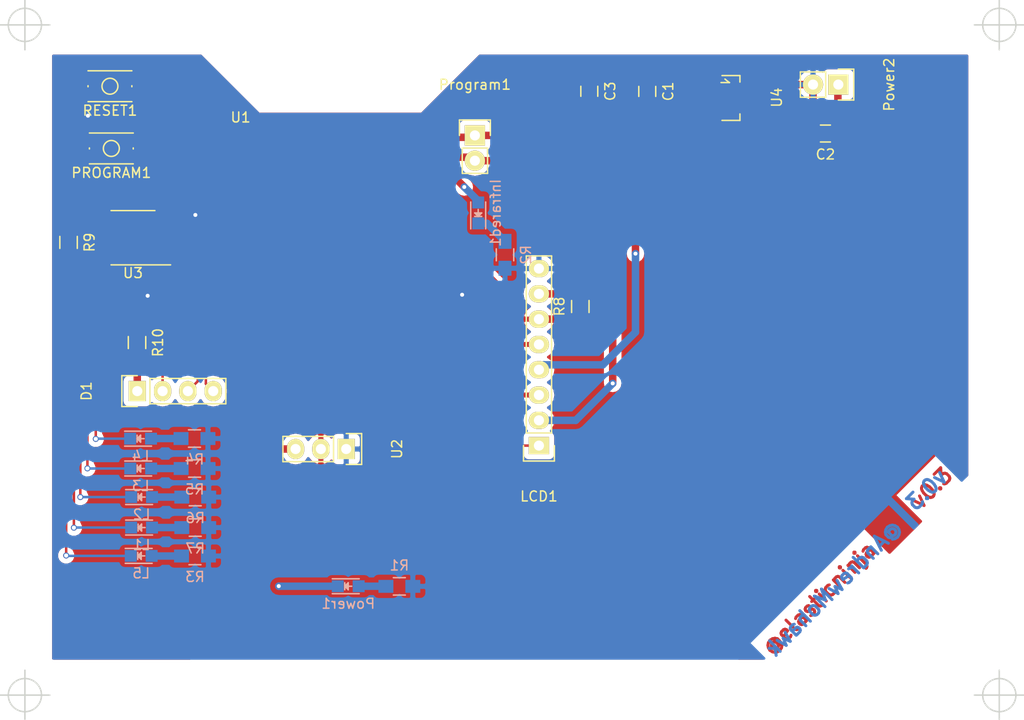
<source format=kicad_pcb>
(kicad_pcb (version 4) (host pcbnew 4.0.2+e4-6225~38~ubuntu15.10.1-stable)

  (general
    (links 69)
    (no_connects 0)
    (area 0 0 0 0)
    (thickness 1.6)
    (drawings 9)
    (tracks 203)
    (zones 0)
    (modules 30)
    (nets 42)
  )

  (page A4)
  (layers
    (0 F.Cu signal)
    (31 B.Cu signal)
    (32 B.Adhes user)
    (33 F.Adhes user)
    (34 B.Paste user)
    (35 F.Paste user)
    (36 B.SilkS user)
    (37 F.SilkS user)
    (38 B.Mask user)
    (39 F.Mask user)
    (40 Dwgs.User user)
    (41 Cmts.User user)
    (42 Eco1.User user)
    (43 Eco2.User user)
    (44 Edge.Cuts user)
    (45 Margin user)
    (46 B.CrtYd user)
    (47 F.CrtYd user)
    (48 B.Fab user)
    (49 F.Fab user)
  )

  (setup
    (last_trace_width 0.75)
    (user_trace_width 0.25)
    (user_trace_width 0.5)
    (user_trace_width 0.75)
    (trace_clearance 0.2)
    (zone_clearance 0.508)
    (zone_45_only yes)
    (trace_min 0.2)
    (segment_width 0.2)
    (edge_width 0.15)
    (via_size 0.6)
    (via_drill 0.4)
    (via_min_size 0.4)
    (via_min_drill 0.3)
    (uvia_size 0.3)
    (uvia_drill 0.1)
    (uvias_allowed no)
    (uvia_min_size 0.2)
    (uvia_min_drill 0.1)
    (pcb_text_width 0.3)
    (pcb_text_size 1.5 1.5)
    (mod_edge_width 0.15)
    (mod_text_size 1 1)
    (mod_text_width 0.15)
    (pad_size 1.524 1.524)
    (pad_drill 0.762)
    (pad_to_mask_clearance 0.2)
    (aux_axis_origin 0 0)
    (visible_elements FFFFFF7F)
    (pcbplotparams
      (layerselection 0x00030_80000001)
      (usegerberextensions false)
      (excludeedgelayer true)
      (linewidth 0.100000)
      (plotframeref false)
      (viasonmask false)
      (mode 1)
      (useauxorigin false)
      (hpglpennumber 1)
      (hpglpenspeed 20)
      (hpglpendiameter 15)
      (hpglpenoverlay 2)
      (psnegative false)
      (psa4output false)
      (plotreference true)
      (plotvalue true)
      (plotinvisibletext false)
      (padsonsilk false)
      (subtractmaskfromsilk false)
      (outputformat 1)
      (mirror false)
      (drillshape 1)
      (scaleselection 1)
      (outputdirectory ""))
  )

  (net 0 "")
  (net 1 +3V3)
  (net 2 "Net-(L4-Pad1)")
  (net 3 "Net-(L5-Pad1)")
  (net 4 "Net-(L3-Pad1)")
  (net 5 "Net-(U1-Pad6)")
  (net 6 "Net-(L2-Pad1)")
  (net 7 "Net-(U3-Pad13)")
  (net 8 "Net-(L1-Pad1)")
  (net 9 "Net-(U1-Pad5)")
  (net 10 "Net-(D1-Pad2)")
  (net 11 "Net-(U1-Pad4)")
  (net 12 "Net-(D1-Pad3)")
  (net 13 "Net-(D1-Pad4)")
  (net 14 "Net-(U3-Pad9)")
  (net 15 GND)
  (net 16 "Net-(Infrared1-Pad2)")
  (net 17 "Net-(L2-Pad2)")
  (net 18 "Net-(L3-Pad2)")
  (net 19 "Net-(L4-Pad2)")
  (net 20 "Net-(Power1-Pad2)")
  (net 21 "Net-(L5-Pad2)")
  (net 22 "Net-(L1-Pad2)")
  (net 23 "Net-(RESET1-Pad2)")
  (net 24 "Net-(U1-Pad9)")
  (net 25 "Net-(U1-Pad10)")
  (net 26 "Net-(U1-Pad11)")
  (net 27 "Net-(U1-Pad12)")
  (net 28 "Net-(U1-Pad13)")
  (net 29 "Net-(U1-Pad14)")
  (net 30 "Net-(U1-Pad2)")
  (net 31 "Net-(U1-Pad7)")
  (net 32 "Net-(Infrared1-Pad1)")
  (net 33 "Net-(LCD1-Pad3)")
  (net 34 "Net-(LCD1-Pad4)")
  (net 35 "Net-(LCD1-Pad5)")
  (net 36 "Net-(LCD1-Pad7)")
  (net 37 "Net-(D1-Pad1)")
  (net 38 "Net-(LCD1-Pad1)")
  (net 39 "Net-(LCD1-Pad2)")
  (net 40 "Net-(R9-Pad1)")
  (net 41 "Net-(C2-Pad1)")

  (net_class Default "This is the default net class."
    (clearance 0.2)
    (trace_width 0.5)
    (via_dia 0.6)
    (via_drill 0.4)
    (uvia_dia 0.3)
    (uvia_drill 0.1)
    (add_net +3V3)
    (add_net GND)
    (add_net "Net-(C2-Pad1)")
    (add_net "Net-(D1-Pad1)")
    (add_net "Net-(D1-Pad2)")
    (add_net "Net-(D1-Pad3)")
    (add_net "Net-(D1-Pad4)")
    (add_net "Net-(Infrared1-Pad1)")
    (add_net "Net-(Infrared1-Pad2)")
    (add_net "Net-(L1-Pad1)")
    (add_net "Net-(L1-Pad2)")
    (add_net "Net-(L2-Pad1)")
    (add_net "Net-(L2-Pad2)")
    (add_net "Net-(L3-Pad1)")
    (add_net "Net-(L3-Pad2)")
    (add_net "Net-(L4-Pad1)")
    (add_net "Net-(L4-Pad2)")
    (add_net "Net-(L5-Pad1)")
    (add_net "Net-(L5-Pad2)")
    (add_net "Net-(LCD1-Pad1)")
    (add_net "Net-(LCD1-Pad2)")
    (add_net "Net-(LCD1-Pad3)")
    (add_net "Net-(LCD1-Pad4)")
    (add_net "Net-(LCD1-Pad5)")
    (add_net "Net-(LCD1-Pad7)")
    (add_net "Net-(Power1-Pad2)")
    (add_net "Net-(R9-Pad1)")
    (add_net "Net-(U1-Pad10)")
    (add_net "Net-(U1-Pad11)")
    (add_net "Net-(U1-Pad12)")
    (add_net "Net-(U1-Pad13)")
    (add_net "Net-(U1-Pad14)")
    (add_net "Net-(U1-Pad2)")
    (add_net "Net-(U1-Pad4)")
    (add_net "Net-(U1-Pad5)")
    (add_net "Net-(U1-Pad6)")
    (add_net "Net-(U1-Pad7)")
    (add_net "Net-(U1-Pad9)")
    (add_net "Net-(U3-Pad13)")
    (add_net "Net-(U3-Pad9)")
  )

  (net_class "wide track" ""
    (clearance 0.2)
    (trace_width 0.25)
    (via_dia 0.6)
    (via_drill 0.4)
    (uvia_dia 0.3)
    (uvia_drill 0.1)
    (add_net "Net-(RESET1-Pad2)")
  )

  (module ESP8266:ESP-12E (layer F.Cu) (tedit 559F8D21) (tstamp 576EDCB5)
    (at 75.7174 72.2503)
    (descr "Module, ESP-8266, ESP-12, 16 pad, SMD")
    (tags "Module ESP-8266 ESP8266")
    (path /576DAEDC)
    (fp_text reference U1 (at -2 -2) (layer F.SilkS)
      (effects (font (size 1 1) (thickness 0.15)))
    )
    (fp_text value ESP-12E (at 8 1) (layer F.Fab)
      (effects (font (size 1 1) (thickness 0.15)))
    )
    (fp_line (start 16 -8.4) (end 0 -2.6) (layer F.CrtYd) (width 0.1524))
    (fp_line (start 0 -8.4) (end 16 -2.6) (layer F.CrtYd) (width 0.1524))
    (fp_text user "No Copper" (at 7.9 -5.4) (layer F.CrtYd)
      (effects (font (size 1 1) (thickness 0.15)))
    )
    (fp_line (start 0 -8.4) (end 0 -2.6) (layer F.CrtYd) (width 0.1524))
    (fp_line (start 0 -2.6) (end 16 -2.6) (layer F.CrtYd) (width 0.1524))
    (fp_line (start 16 -2.6) (end 16 -8.4) (layer F.CrtYd) (width 0.1524))
    (fp_line (start 16 -8.4) (end 0 -8.4) (layer F.CrtYd) (width 0.1524))
    (fp_line (start 16 -8.4) (end 16 15.6) (layer F.Fab) (width 0.1524))
    (fp_line (start 16 15.6) (end 0 15.6) (layer F.Fab) (width 0.1524))
    (fp_line (start 0 15.6) (end 0 -8.4) (layer F.Fab) (width 0.1524))
    (fp_line (start 0 -8.4) (end 16 -8.4) (layer F.Fab) (width 0.1524))
    (pad 9 smd oval (at 2.99 15.75 90) (size 2.4 1.1) (layers F.Cu F.Paste F.Mask)
      (net 24 "Net-(U1-Pad9)"))
    (pad 10 smd oval (at 4.99 15.75 90) (size 2.4 1.1) (layers F.Cu F.Paste F.Mask)
      (net 25 "Net-(U1-Pad10)"))
    (pad 11 smd oval (at 6.99 15.75 90) (size 2.4 1.1) (layers F.Cu F.Paste F.Mask)
      (net 26 "Net-(U1-Pad11)"))
    (pad 12 smd oval (at 8.99 15.75 90) (size 2.4 1.1) (layers F.Cu F.Paste F.Mask)
      (net 27 "Net-(U1-Pad12)"))
    (pad 13 smd oval (at 10.99 15.75 90) (size 2.4 1.1) (layers F.Cu F.Paste F.Mask)
      (net 28 "Net-(U1-Pad13)"))
    (pad 14 smd oval (at 12.99 15.75 90) (size 2.4 1.1) (layers F.Cu F.Paste F.Mask)
      (net 29 "Net-(U1-Pad14)"))
    (pad 1 smd rect (at 0 0) (size 2.4 1.1) (layers F.Cu F.Paste F.Mask)
      (net 23 "Net-(RESET1-Pad2)"))
    (pad 2 smd oval (at 0 2) (size 2.4 1.1) (layers F.Cu F.Paste F.Mask)
      (net 30 "Net-(U1-Pad2)"))
    (pad 3 smd oval (at 0 4) (size 2.4 1.1) (layers F.Cu F.Paste F.Mask)
      (net 1 +3V3))
    (pad 4 smd oval (at 0 6) (size 2.4 1.1) (layers F.Cu F.Paste F.Mask)
      (net 11 "Net-(U1-Pad4)"))
    (pad 5 smd oval (at 0 8) (size 2.4 1.1) (layers F.Cu F.Paste F.Mask)
      (net 9 "Net-(U1-Pad5)"))
    (pad 6 smd oval (at 0 10) (size 2.4 1.1) (layers F.Cu F.Paste F.Mask)
      (net 5 "Net-(U1-Pad6)"))
    (pad 7 smd oval (at 0 12) (size 2.4 1.1) (layers F.Cu F.Paste F.Mask)
      (net 31 "Net-(U1-Pad7)"))
    (pad 8 smd oval (at 0 14) (size 2.4 1.1) (layers F.Cu F.Paste F.Mask)
      (net 1 +3V3))
    (pad 15 smd oval (at 16 14) (size 2.4 1.1) (layers F.Cu F.Paste F.Mask)
      (net 15 GND))
    (pad 16 smd oval (at 16 12) (size 2.4 1.1) (layers F.Cu F.Paste F.Mask)
      (net 15 GND))
    (pad 17 smd oval (at 16 10) (size 2.4 1.1) (layers F.Cu F.Paste F.Mask)
      (net 33 "Net-(LCD1-Pad3)"))
    (pad 18 smd oval (at 16 8) (size 2.4 1.1) (layers F.Cu F.Paste F.Mask)
      (net 35 "Net-(LCD1-Pad5)"))
    (pad 19 smd oval (at 16 6) (size 2.4 1.1) (layers F.Cu F.Paste F.Mask)
      (net 38 "Net-(LCD1-Pad1)"))
    (pad 20 smd oval (at 16 4) (size 2.4 1.1) (layers F.Cu F.Paste F.Mask)
      (net 16 "Net-(Infrared1-Pad2)"))
    (pad 21 smd oval (at 16 2) (size 2.4 1.1) (layers F.Cu F.Paste F.Mask)
      (net 39 "Net-(LCD1-Pad2)"))
    (pad 22 smd oval (at 16 0) (size 2.4 1.1) (layers F.Cu F.Paste F.Mask)
      (net 34 "Net-(LCD1-Pad4)"))
    (model ${ESPLIB}/ESP8266.3dshapes/ESP-12.wrl
      (at (xyz 0.04 0 0))
      (scale (xyz 0.3937 0.3937 0.3937))
      (rotate (xyz 0 0 0))
    )
  )

  (module Capacitors_SMD:C_0805_HandSoldering (layer F.Cu) (tedit 541A9B8D) (tstamp 57721A92)
    (at 114.5286 67.6402 270)
    (descr "Capacitor SMD 0805, hand soldering")
    (tags "capacitor 0805")
    (path /576DADEF)
    (attr smd)
    (fp_text reference C1 (at 0 -2.1 270) (layer F.SilkS)
      (effects (font (size 1 1) (thickness 0.15)))
    )
    (fp_text value 10uF (at 0 2.1 270) (layer F.Fab)
      (effects (font (size 1 1) (thickness 0.15)))
    )
    (fp_line (start -2.3 -1) (end 2.3 -1) (layer F.CrtYd) (width 0.05))
    (fp_line (start -2.3 1) (end 2.3 1) (layer F.CrtYd) (width 0.05))
    (fp_line (start -2.3 -1) (end -2.3 1) (layer F.CrtYd) (width 0.05))
    (fp_line (start 2.3 -1) (end 2.3 1) (layer F.CrtYd) (width 0.05))
    (fp_line (start 0.5 -0.85) (end -0.5 -0.85) (layer F.SilkS) (width 0.15))
    (fp_line (start -0.5 0.85) (end 0.5 0.85) (layer F.SilkS) (width 0.15))
    (pad 1 smd rect (at -1.25 0 270) (size 1.5 1.25) (layers F.Cu F.Paste F.Mask)
      (net 1 +3V3))
    (pad 2 smd rect (at 1.25 0 270) (size 1.5 1.25) (layers F.Cu F.Paste F.Mask)
      (net 15 GND))
    (model Capacitors_SMD.3dshapes/C_0805_HandSoldering.wrl
      (at (xyz 0 0 0))
      (scale (xyz 1 1 1))
      (rotate (xyz 0 0 0))
    )
  )

  (module Resistors_SMD:R_0805_HandSoldering (layer B.Cu) (tedit 54189DEE) (tstamp 57721B2F)
    (at 100.2538 84.0486 90)
    (descr "Resistor SMD 0805, hand soldering")
    (tags "resistor 0805")
    (path /576D96E6)
    (attr smd)
    (fp_text reference R2 (at 0 2.1 90) (layer B.SilkS)
      (effects (font (size 1 1) (thickness 0.15)) (justify mirror))
    )
    (fp_text value 100 (at 0 -2.1 90) (layer B.Fab)
      (effects (font (size 1 1) (thickness 0.15)) (justify mirror))
    )
    (fp_line (start -2.4 1) (end 2.4 1) (layer B.CrtYd) (width 0.05))
    (fp_line (start -2.4 -1) (end 2.4 -1) (layer B.CrtYd) (width 0.05))
    (fp_line (start -2.4 1) (end -2.4 -1) (layer B.CrtYd) (width 0.05))
    (fp_line (start 2.4 1) (end 2.4 -1) (layer B.CrtYd) (width 0.05))
    (fp_line (start 0.6 -0.875) (end -0.6 -0.875) (layer B.SilkS) (width 0.15))
    (fp_line (start -0.6 0.875) (end 0.6 0.875) (layer B.SilkS) (width 0.15))
    (pad 1 smd rect (at -1.35 0 90) (size 1.5 1.3) (layers B.Cu B.Paste B.Mask)
      (net 15 GND))
    (pad 2 smd rect (at 1.35 0 90) (size 1.5 1.3) (layers B.Cu B.Paste B.Mask)
      (net 32 "Net-(Infrared1-Pad1)"))
    (model Resistors_SMD.3dshapes/R_0805_HandSoldering.wrl
      (at (xyz 0 0 0))
      (scale (xyz 1 1 1))
      (rotate (xyz 0 0 0))
    )
  )

  (module Pin_Headers:Pin_Header_Straight_1x02 (layer F.Cu) (tedit 54EA090C) (tstamp 5774D354)
    (at 133.7056 66.9544 270)
    (descr "Through hole pin header")
    (tags "pin header")
    (path /576EF59A)
    (fp_text reference Power2 (at 0 -5.1 270) (layer F.SilkS)
      (effects (font (size 1 1) (thickness 0.15)))
    )
    (fp_text value CONN_01X02 (at 0 -3.1 270) (layer F.Fab)
      (effects (font (size 1 1) (thickness 0.15)))
    )
    (fp_line (start 1.27 1.27) (end 1.27 3.81) (layer F.SilkS) (width 0.15))
    (fp_line (start 1.55 -1.55) (end 1.55 0) (layer F.SilkS) (width 0.15))
    (fp_line (start -1.75 -1.75) (end -1.75 4.3) (layer F.CrtYd) (width 0.05))
    (fp_line (start 1.75 -1.75) (end 1.75 4.3) (layer F.CrtYd) (width 0.05))
    (fp_line (start -1.75 -1.75) (end 1.75 -1.75) (layer F.CrtYd) (width 0.05))
    (fp_line (start -1.75 4.3) (end 1.75 4.3) (layer F.CrtYd) (width 0.05))
    (fp_line (start 1.27 1.27) (end -1.27 1.27) (layer F.SilkS) (width 0.15))
    (fp_line (start -1.55 0) (end -1.55 -1.55) (layer F.SilkS) (width 0.15))
    (fp_line (start -1.55 -1.55) (end 1.55 -1.55) (layer F.SilkS) (width 0.15))
    (fp_line (start -1.27 1.27) (end -1.27 3.81) (layer F.SilkS) (width 0.15))
    (fp_line (start -1.27 3.81) (end 1.27 3.81) (layer F.SilkS) (width 0.15))
    (pad 1 thru_hole rect (at 0 0 270) (size 2.032 2.032) (drill 1.016) (layers *.Cu *.Mask F.SilkS)
      (net 41 "Net-(C2-Pad1)"))
    (pad 2 thru_hole oval (at 0 2.54 270) (size 2.032 2.032) (drill 1.016) (layers *.Cu *.Mask F.SilkS)
      (net 15 GND))
    (model Pin_Headers.3dshapes/Pin_Header_Straight_1x02.wrl
      (at (xyz 0 -0.05 0))
      (scale (xyz 1 1 1))
      (rotate (xyz 0 0 90))
    )
  )

  (module Pin_Headers:Pin_Header_Straight_1x08 (layer F.Cu) (tedit 0) (tstamp 5774DD8F)
    (at 103.6574 103.2129 180)
    (descr "Through hole pin header")
    (tags "pin header")
    (path /5774D47C)
    (fp_text reference LCD1 (at 0 -5.1 180) (layer F.SilkS)
      (effects (font (size 1 1) (thickness 0.15)))
    )
    (fp_text value CONN_01X08 (at 0 -3.1 180) (layer F.Fab)
      (effects (font (size 1 1) (thickness 0.15)))
    )
    (fp_line (start -1.75 -1.75) (end -1.75 19.55) (layer F.CrtYd) (width 0.05))
    (fp_line (start 1.75 -1.75) (end 1.75 19.55) (layer F.CrtYd) (width 0.05))
    (fp_line (start -1.75 -1.75) (end 1.75 -1.75) (layer F.CrtYd) (width 0.05))
    (fp_line (start -1.75 19.55) (end 1.75 19.55) (layer F.CrtYd) (width 0.05))
    (fp_line (start 1.27 1.27) (end 1.27 19.05) (layer F.SilkS) (width 0.15))
    (fp_line (start 1.27 19.05) (end -1.27 19.05) (layer F.SilkS) (width 0.15))
    (fp_line (start -1.27 19.05) (end -1.27 1.27) (layer F.SilkS) (width 0.15))
    (fp_line (start 1.55 -1.55) (end 1.55 0) (layer F.SilkS) (width 0.15))
    (fp_line (start 1.27 1.27) (end -1.27 1.27) (layer F.SilkS) (width 0.15))
    (fp_line (start -1.55 0) (end -1.55 -1.55) (layer F.SilkS) (width 0.15))
    (fp_line (start -1.55 -1.55) (end 1.55 -1.55) (layer F.SilkS) (width 0.15))
    (pad 1 thru_hole rect (at 0 0 180) (size 2.032 1.7272) (drill 1.016) (layers *.Cu *.Mask F.SilkS)
      (net 38 "Net-(LCD1-Pad1)"))
    (pad 2 thru_hole oval (at 0 2.54 180) (size 2.032 1.7272) (drill 1.016) (layers *.Cu *.Mask F.SilkS)
      (net 39 "Net-(LCD1-Pad2)"))
    (pad 3 thru_hole oval (at 0 5.08 180) (size 2.032 1.7272) (drill 1.016) (layers *.Cu *.Mask F.SilkS)
      (net 33 "Net-(LCD1-Pad3)"))
    (pad 4 thru_hole oval (at 0 7.62 180) (size 2.032 1.7272) (drill 1.016) (layers *.Cu *.Mask F.SilkS)
      (net 34 "Net-(LCD1-Pad4)"))
    (pad 5 thru_hole oval (at 0 10.16 180) (size 2.032 1.7272) (drill 1.016) (layers *.Cu *.Mask F.SilkS)
      (net 35 "Net-(LCD1-Pad5)"))
    (pad 6 thru_hole oval (at 0 12.7 180) (size 2.032 1.7272) (drill 1.016) (layers *.Cu *.Mask F.SilkS)
      (net 1 +3V3))
    (pad 7 thru_hole oval (at 0 15.24 180) (size 2.032 1.7272) (drill 1.016) (layers *.Cu *.Mask F.SilkS)
      (net 36 "Net-(LCD1-Pad7)"))
    (pad 8 thru_hole oval (at 0 17.78 180) (size 2.032 1.7272) (drill 1.016) (layers *.Cu *.Mask F.SilkS)
      (net 15 GND))
    (model Pin_Headers.3dshapes/Pin_Header_Straight_1x08.wrl
      (at (xyz 0 -0.35 0))
      (scale (xyz 1 1 1))
      (rotate (xyz 0 0 90))
    )
  )

  (module Resistors_SMD:R_0805_HandSoldering (layer F.Cu) (tedit 54189DEE) (tstamp 5774DDAE)
    (at 107.8103 89.2429 90)
    (descr "Resistor SMD 0805, hand soldering")
    (tags "resistor 0805")
    (path /5774E89F)
    (attr smd)
    (fp_text reference R8 (at 0 -2.1 90) (layer F.SilkS)
      (effects (font (size 1 1) (thickness 0.15)))
    )
    (fp_text value 100 (at 0 2.1 90) (layer F.Fab)
      (effects (font (size 1 1) (thickness 0.15)))
    )
    (fp_line (start -2.4 -1) (end 2.4 -1) (layer F.CrtYd) (width 0.05))
    (fp_line (start -2.4 1) (end 2.4 1) (layer F.CrtYd) (width 0.05))
    (fp_line (start -2.4 -1) (end -2.4 1) (layer F.CrtYd) (width 0.05))
    (fp_line (start 2.4 -1) (end 2.4 1) (layer F.CrtYd) (width 0.05))
    (fp_line (start 0.6 0.875) (end -0.6 0.875) (layer F.SilkS) (width 0.15))
    (fp_line (start -0.6 -0.875) (end 0.6 -0.875) (layer F.SilkS) (width 0.15))
    (pad 1 smd rect (at -1.35 0 90) (size 1.5 1.3) (layers F.Cu F.Paste F.Mask)
      (net 1 +3V3))
    (pad 2 smd rect (at 1.35 0 90) (size 1.5 1.3) (layers F.Cu F.Paste F.Mask)
      (net 36 "Net-(LCD1-Pad7)"))
    (model Resistors_SMD.3dshapes/R_0805_HandSoldering.wrl
      (at (xyz 0 0 0))
      (scale (xyz 1 1 1))
      (rotate (xyz 0 0 0))
    )
  )

  (module Resistors_SMD:R_0805_HandSoldering (layer F.Cu) (tedit 54189DEE) (tstamp 5774DDBA)
    (at 56.4515 82.804 270)
    (descr "Resistor SMD 0805, hand soldering")
    (tags "resistor 0805")
    (path /57842282)
    (attr smd)
    (fp_text reference R9 (at 0 -2.1 270) (layer F.SilkS)
      (effects (font (size 1 1) (thickness 0.15)))
    )
    (fp_text value 100 (at 0 2.1 270) (layer F.Fab)
      (effects (font (size 1 1) (thickness 0.15)))
    )
    (fp_line (start -2.4 -1) (end 2.4 -1) (layer F.CrtYd) (width 0.05))
    (fp_line (start -2.4 1) (end 2.4 1) (layer F.CrtYd) (width 0.05))
    (fp_line (start -2.4 -1) (end -2.4 1) (layer F.CrtYd) (width 0.05))
    (fp_line (start 2.4 -1) (end 2.4 1) (layer F.CrtYd) (width 0.05))
    (fp_line (start 0.6 0.875) (end -0.6 0.875) (layer F.SilkS) (width 0.15))
    (fp_line (start -0.6 -0.875) (end 0.6 -0.875) (layer F.SilkS) (width 0.15))
    (pad 1 smd rect (at -1.35 0 270) (size 1.5 1.3) (layers F.Cu F.Paste F.Mask)
      (net 40 "Net-(R9-Pad1)"))
    (pad 2 smd rect (at 1.35 0 270) (size 1.5 1.3) (layers F.Cu F.Paste F.Mask)
      (net 1 +3V3))
    (model Resistors_SMD.3dshapes/R_0805_HandSoldering.wrl
      (at (xyz 0 0 0))
      (scale (xyz 1 1 1))
      (rotate (xyz 0 0 0))
    )
  )

  (module Pin_Headers:Pin_Header_Straight_1x04 (layer F.Cu) (tedit 0) (tstamp 5779225A)
    (at 63.3476 97.7392 90)
    (descr "Through hole pin header")
    (tags "pin header")
    (path /576D8957)
    (fp_text reference D1 (at 0 -5.1 90) (layer F.SilkS)
      (effects (font (size 1 1) (thickness 0.15)))
    )
    (fp_text value Led_RGB_CA (at 0 -3.1 90) (layer F.Fab)
      (effects (font (size 1 1) (thickness 0.15)))
    )
    (fp_line (start -1.75 -1.75) (end -1.75 9.4) (layer F.CrtYd) (width 0.05))
    (fp_line (start 1.75 -1.75) (end 1.75 9.4) (layer F.CrtYd) (width 0.05))
    (fp_line (start -1.75 -1.75) (end 1.75 -1.75) (layer F.CrtYd) (width 0.05))
    (fp_line (start -1.75 9.4) (end 1.75 9.4) (layer F.CrtYd) (width 0.05))
    (fp_line (start -1.27 1.27) (end -1.27 8.89) (layer F.SilkS) (width 0.15))
    (fp_line (start 1.27 1.27) (end 1.27 8.89) (layer F.SilkS) (width 0.15))
    (fp_line (start 1.55 -1.55) (end 1.55 0) (layer F.SilkS) (width 0.15))
    (fp_line (start -1.27 8.89) (end 1.27 8.89) (layer F.SilkS) (width 0.15))
    (fp_line (start 1.27 1.27) (end -1.27 1.27) (layer F.SilkS) (width 0.15))
    (fp_line (start -1.55 0) (end -1.55 -1.55) (layer F.SilkS) (width 0.15))
    (fp_line (start -1.55 -1.55) (end 1.55 -1.55) (layer F.SilkS) (width 0.15))
    (pad 1 thru_hole rect (at 0 0 90) (size 2.032 1.7272) (drill 1.016) (layers *.Cu *.Mask F.SilkS)
      (net 37 "Net-(D1-Pad1)"))
    (pad 2 thru_hole oval (at 0 2.54 90) (size 2.032 1.7272) (drill 1.016) (layers *.Cu *.Mask F.SilkS)
      (net 10 "Net-(D1-Pad2)"))
    (pad 3 thru_hole oval (at 0 5.08 90) (size 2.032 1.7272) (drill 1.016) (layers *.Cu *.Mask F.SilkS)
      (net 12 "Net-(D1-Pad3)"))
    (pad 4 thru_hole oval (at 0 7.62 90) (size 2.032 1.7272) (drill 1.016) (layers *.Cu *.Mask F.SilkS)
      (net 13 "Net-(D1-Pad4)"))
    (model Pin_Headers.3dshapes/Pin_Header_Straight_1x04.wrl
      (at (xyz 0 -0.15 0))
      (scale (xyz 1 1 1))
      (rotate (xyz 0 0 90))
    )
  )

  (module Pin_Headers:Pin_Header_Straight_1x02 (layer F.Cu) (tedit 54EA090C) (tstamp 57840976)
    (at 97.2312 72.0598)
    (descr "Through hole pin header")
    (tags "pin header")
    (path /5784055A)
    (fp_text reference Program1 (at 0 -5.1) (layer F.SilkS)
      (effects (font (size 1 1) (thickness 0.15)))
    )
    (fp_text value CONN_01X02 (at 0 -3.1) (layer F.Fab)
      (effects (font (size 1 1) (thickness 0.15)))
    )
    (fp_line (start 1.27 1.27) (end 1.27 3.81) (layer F.SilkS) (width 0.15))
    (fp_line (start 1.55 -1.55) (end 1.55 0) (layer F.SilkS) (width 0.15))
    (fp_line (start -1.75 -1.75) (end -1.75 4.3) (layer F.CrtYd) (width 0.05))
    (fp_line (start 1.75 -1.75) (end 1.75 4.3) (layer F.CrtYd) (width 0.05))
    (fp_line (start -1.75 -1.75) (end 1.75 -1.75) (layer F.CrtYd) (width 0.05))
    (fp_line (start -1.75 4.3) (end 1.75 4.3) (layer F.CrtYd) (width 0.05))
    (fp_line (start 1.27 1.27) (end -1.27 1.27) (layer F.SilkS) (width 0.15))
    (fp_line (start -1.55 0) (end -1.55 -1.55) (layer F.SilkS) (width 0.15))
    (fp_line (start -1.55 -1.55) (end 1.55 -1.55) (layer F.SilkS) (width 0.15))
    (fp_line (start -1.27 1.27) (end -1.27 3.81) (layer F.SilkS) (width 0.15))
    (fp_line (start -1.27 3.81) (end 1.27 3.81) (layer F.SilkS) (width 0.15))
    (pad 1 thru_hole rect (at 0 0) (size 2.032 2.032) (drill 1.016) (layers *.Cu *.Mask F.SilkS)
      (net 34 "Net-(LCD1-Pad4)"))
    (pad 2 thru_hole oval (at 0 2.54) (size 2.032 2.032) (drill 1.016) (layers *.Cu *.Mask F.SilkS)
      (net 39 "Net-(LCD1-Pad2)"))
    (model Pin_Headers.3dshapes/Pin_Header_Straight_1x02.wrl
      (at (xyz 0 -0.05 0))
      (scale (xyz 1 1 1))
      (rotate (xyz 0 0 90))
    )
  )

  (module LEDs:LED_0805 (layer B.Cu) (tedit 55BDE1C2) (tstamp 57979A99)
    (at 97.5614 79.8449 90)
    (descr "LED 0805 smd package")
    (tags "LED 0805 SMD")
    (path /576D8B38)
    (attr smd)
    (fp_text reference Infrared1 (at 0 1.75 90) (layer B.SilkS)
      (effects (font (size 1 1) (thickness 0.15)) (justify mirror))
    )
    (fp_text value LEDs:LED-5MM (at 0 -1.75 90) (layer B.Fab)
      (effects (font (size 1 1) (thickness 0.15)) (justify mirror))
    )
    (fp_line (start -1.6 -0.75) (end 1.1 -0.75) (layer B.SilkS) (width 0.15))
    (fp_line (start -1.6 0.75) (end 1.1 0.75) (layer B.SilkS) (width 0.15))
    (fp_line (start -0.1 -0.15) (end -0.1 0.1) (layer B.SilkS) (width 0.15))
    (fp_line (start -0.1 0.1) (end -0.25 -0.05) (layer B.SilkS) (width 0.15))
    (fp_line (start -0.35 0.35) (end -0.35 -0.35) (layer B.SilkS) (width 0.15))
    (fp_line (start 0 0) (end 0.35 0) (layer B.SilkS) (width 0.15))
    (fp_line (start -0.35 0) (end 0 0.35) (layer B.SilkS) (width 0.15))
    (fp_line (start 0 0.35) (end 0 -0.35) (layer B.SilkS) (width 0.15))
    (fp_line (start 0 -0.35) (end -0.35 0) (layer B.SilkS) (width 0.15))
    (fp_line (start 1.9 0.95) (end 1.9 -0.95) (layer B.CrtYd) (width 0.05))
    (fp_line (start 1.9 -0.95) (end -1.9 -0.95) (layer B.CrtYd) (width 0.05))
    (fp_line (start -1.9 -0.95) (end -1.9 0.95) (layer B.CrtYd) (width 0.05))
    (fp_line (start -1.9 0.95) (end 1.9 0.95) (layer B.CrtYd) (width 0.05))
    (pad 2 smd rect (at 1.04902 0 270) (size 1.19888 1.19888) (layers B.Cu B.Paste B.Mask)
      (net 16 "Net-(Infrared1-Pad2)"))
    (pad 1 smd rect (at -1.04902 0 270) (size 1.19888 1.19888) (layers B.Cu B.Paste B.Mask)
      (net 32 "Net-(Infrared1-Pad1)"))
    (model LEDs.3dshapes/LED_0805.wrl
      (at (xyz 0 0 0))
      (scale (xyz 1 1 1))
      (rotate (xyz 0 0 0))
    )
  )

  (module LEDs:LED_0805 (layer B.Cu) (tedit 55BDE1C2) (tstamp 57979AAC)
    (at 63.7794 111.4425)
    (descr "LED 0805 smd package")
    (tags "LED 0805 SMD")
    (path /576D8D24)
    (attr smd)
    (fp_text reference L1 (at 0 1.75) (layer B.SilkS)
      (effects (font (size 1 1) (thickness 0.15)) (justify mirror))
    )
    (fp_text value LEDs:LED-5MM (at 0 -1.75) (layer B.Fab)
      (effects (font (size 1 1) (thickness 0.15)) (justify mirror))
    )
    (fp_line (start -1.6 -0.75) (end 1.1 -0.75) (layer B.SilkS) (width 0.15))
    (fp_line (start -1.6 0.75) (end 1.1 0.75) (layer B.SilkS) (width 0.15))
    (fp_line (start -0.1 -0.15) (end -0.1 0.1) (layer B.SilkS) (width 0.15))
    (fp_line (start -0.1 0.1) (end -0.25 -0.05) (layer B.SilkS) (width 0.15))
    (fp_line (start -0.35 0.35) (end -0.35 -0.35) (layer B.SilkS) (width 0.15))
    (fp_line (start 0 0) (end 0.35 0) (layer B.SilkS) (width 0.15))
    (fp_line (start -0.35 0) (end 0 0.35) (layer B.SilkS) (width 0.15))
    (fp_line (start 0 0.35) (end 0 -0.35) (layer B.SilkS) (width 0.15))
    (fp_line (start 0 -0.35) (end -0.35 0) (layer B.SilkS) (width 0.15))
    (fp_line (start 1.9 0.95) (end 1.9 -0.95) (layer B.CrtYd) (width 0.05))
    (fp_line (start 1.9 -0.95) (end -1.9 -0.95) (layer B.CrtYd) (width 0.05))
    (fp_line (start -1.9 -0.95) (end -1.9 0.95) (layer B.CrtYd) (width 0.05))
    (fp_line (start -1.9 0.95) (end 1.9 0.95) (layer B.CrtYd) (width 0.05))
    (pad 2 smd rect (at 1.04902 0 180) (size 1.19888 1.19888) (layers B.Cu B.Paste B.Mask)
      (net 22 "Net-(L1-Pad2)"))
    (pad 1 smd rect (at -1.04902 0 180) (size 1.19888 1.19888) (layers B.Cu B.Paste B.Mask)
      (net 8 "Net-(L1-Pad1)"))
    (model LEDs.3dshapes/LED_0805.wrl
      (at (xyz 0 0 0))
      (scale (xyz 1 1 1))
      (rotate (xyz 0 0 0))
    )
  )

  (module LEDs:LED_0805 (layer B.Cu) (tedit 55BDE1C2) (tstamp 57979ABF)
    (at 63.7794 108.3818)
    (descr "LED 0805 smd package")
    (tags "LED 0805 SMD")
    (path /576D8DBF)
    (attr smd)
    (fp_text reference L2 (at 0 1.75) (layer B.SilkS)
      (effects (font (size 1 1) (thickness 0.15)) (justify mirror))
    )
    (fp_text value LED (at 0 -1.75) (layer B.Fab)
      (effects (font (size 1 1) (thickness 0.15)) (justify mirror))
    )
    (fp_line (start -1.6 -0.75) (end 1.1 -0.75) (layer B.SilkS) (width 0.15))
    (fp_line (start -1.6 0.75) (end 1.1 0.75) (layer B.SilkS) (width 0.15))
    (fp_line (start -0.1 -0.15) (end -0.1 0.1) (layer B.SilkS) (width 0.15))
    (fp_line (start -0.1 0.1) (end -0.25 -0.05) (layer B.SilkS) (width 0.15))
    (fp_line (start -0.35 0.35) (end -0.35 -0.35) (layer B.SilkS) (width 0.15))
    (fp_line (start 0 0) (end 0.35 0) (layer B.SilkS) (width 0.15))
    (fp_line (start -0.35 0) (end 0 0.35) (layer B.SilkS) (width 0.15))
    (fp_line (start 0 0.35) (end 0 -0.35) (layer B.SilkS) (width 0.15))
    (fp_line (start 0 -0.35) (end -0.35 0) (layer B.SilkS) (width 0.15))
    (fp_line (start 1.9 0.95) (end 1.9 -0.95) (layer B.CrtYd) (width 0.05))
    (fp_line (start 1.9 -0.95) (end -1.9 -0.95) (layer B.CrtYd) (width 0.05))
    (fp_line (start -1.9 -0.95) (end -1.9 0.95) (layer B.CrtYd) (width 0.05))
    (fp_line (start -1.9 0.95) (end 1.9 0.95) (layer B.CrtYd) (width 0.05))
    (pad 2 smd rect (at 1.04902 0 180) (size 1.19888 1.19888) (layers B.Cu B.Paste B.Mask)
      (net 17 "Net-(L2-Pad2)"))
    (pad 1 smd rect (at -1.04902 0 180) (size 1.19888 1.19888) (layers B.Cu B.Paste B.Mask)
      (net 6 "Net-(L2-Pad1)"))
    (model LEDs.3dshapes/LED_0805.wrl
      (at (xyz 0 0 0))
      (scale (xyz 1 1 1))
      (rotate (xyz 0 0 0))
    )
  )

  (module LEDs:LED_0805 (layer B.Cu) (tedit 55BDE1C2) (tstamp 57979AD2)
    (at 63.6905 105.5116)
    (descr "LED 0805 smd package")
    (tags "LED 0805 SMD")
    (path /576D8E6A)
    (attr smd)
    (fp_text reference L3 (at 0 1.75) (layer B.SilkS)
      (effects (font (size 1 1) (thickness 0.15)) (justify mirror))
    )
    (fp_text value LED (at 0 -1.75) (layer B.Fab)
      (effects (font (size 1 1) (thickness 0.15)) (justify mirror))
    )
    (fp_line (start -1.6 -0.75) (end 1.1 -0.75) (layer B.SilkS) (width 0.15))
    (fp_line (start -1.6 0.75) (end 1.1 0.75) (layer B.SilkS) (width 0.15))
    (fp_line (start -0.1 -0.15) (end -0.1 0.1) (layer B.SilkS) (width 0.15))
    (fp_line (start -0.1 0.1) (end -0.25 -0.05) (layer B.SilkS) (width 0.15))
    (fp_line (start -0.35 0.35) (end -0.35 -0.35) (layer B.SilkS) (width 0.15))
    (fp_line (start 0 0) (end 0.35 0) (layer B.SilkS) (width 0.15))
    (fp_line (start -0.35 0) (end 0 0.35) (layer B.SilkS) (width 0.15))
    (fp_line (start 0 0.35) (end 0 -0.35) (layer B.SilkS) (width 0.15))
    (fp_line (start 0 -0.35) (end -0.35 0) (layer B.SilkS) (width 0.15))
    (fp_line (start 1.9 0.95) (end 1.9 -0.95) (layer B.CrtYd) (width 0.05))
    (fp_line (start 1.9 -0.95) (end -1.9 -0.95) (layer B.CrtYd) (width 0.05))
    (fp_line (start -1.9 -0.95) (end -1.9 0.95) (layer B.CrtYd) (width 0.05))
    (fp_line (start -1.9 0.95) (end 1.9 0.95) (layer B.CrtYd) (width 0.05))
    (pad 2 smd rect (at 1.04902 0 180) (size 1.19888 1.19888) (layers B.Cu B.Paste B.Mask)
      (net 18 "Net-(L3-Pad2)"))
    (pad 1 smd rect (at -1.04902 0 180) (size 1.19888 1.19888) (layers B.Cu B.Paste B.Mask)
      (net 4 "Net-(L3-Pad1)"))
    (model LEDs.3dshapes/LED_0805.wrl
      (at (xyz 0 0 0))
      (scale (xyz 1 1 1))
      (rotate (xyz 0 0 0))
    )
  )

  (module LEDs:LED_0805 (layer B.Cu) (tedit 55BDE1C2) (tstamp 57979AE5)
    (at 63.6778 102.5144)
    (descr "LED 0805 smd package")
    (tags "LED 0805 SMD")
    (path /576D91CB)
    (attr smd)
    (fp_text reference L4 (at 0 1.75) (layer B.SilkS)
      (effects (font (size 1 1) (thickness 0.15)) (justify mirror))
    )
    (fp_text value LED (at 0 -1.75) (layer B.Fab)
      (effects (font (size 1 1) (thickness 0.15)) (justify mirror))
    )
    (fp_line (start -1.6 -0.75) (end 1.1 -0.75) (layer B.SilkS) (width 0.15))
    (fp_line (start -1.6 0.75) (end 1.1 0.75) (layer B.SilkS) (width 0.15))
    (fp_line (start -0.1 -0.15) (end -0.1 0.1) (layer B.SilkS) (width 0.15))
    (fp_line (start -0.1 0.1) (end -0.25 -0.05) (layer B.SilkS) (width 0.15))
    (fp_line (start -0.35 0.35) (end -0.35 -0.35) (layer B.SilkS) (width 0.15))
    (fp_line (start 0 0) (end 0.35 0) (layer B.SilkS) (width 0.15))
    (fp_line (start -0.35 0) (end 0 0.35) (layer B.SilkS) (width 0.15))
    (fp_line (start 0 0.35) (end 0 -0.35) (layer B.SilkS) (width 0.15))
    (fp_line (start 0 -0.35) (end -0.35 0) (layer B.SilkS) (width 0.15))
    (fp_line (start 1.9 0.95) (end 1.9 -0.95) (layer B.CrtYd) (width 0.05))
    (fp_line (start 1.9 -0.95) (end -1.9 -0.95) (layer B.CrtYd) (width 0.05))
    (fp_line (start -1.9 -0.95) (end -1.9 0.95) (layer B.CrtYd) (width 0.05))
    (fp_line (start -1.9 0.95) (end 1.9 0.95) (layer B.CrtYd) (width 0.05))
    (pad 2 smd rect (at 1.04902 0 180) (size 1.19888 1.19888) (layers B.Cu B.Paste B.Mask)
      (net 19 "Net-(L4-Pad2)"))
    (pad 1 smd rect (at -1.04902 0 180) (size 1.19888 1.19888) (layers B.Cu B.Paste B.Mask)
      (net 2 "Net-(L4-Pad1)"))
    (model LEDs.3dshapes/LED_0805.wrl
      (at (xyz 0 0 0))
      (scale (xyz 1 1 1))
      (rotate (xyz 0 0 0))
    )
  )

  (module LEDs:LED_0805 (layer B.Cu) (tedit 55BDE1C2) (tstamp 57979AF8)
    (at 63.7413 114.2873)
    (descr "LED 0805 smd package")
    (tags "LED 0805 SMD")
    (path /576D9207)
    (attr smd)
    (fp_text reference L5 (at 0 1.75) (layer B.SilkS)
      (effects (font (size 1 1) (thickness 0.15)) (justify mirror))
    )
    (fp_text value LEDs:LED-5MM (at 0 -1.75) (layer B.Fab)
      (effects (font (size 1 1) (thickness 0.15)) (justify mirror))
    )
    (fp_line (start -1.6 -0.75) (end 1.1 -0.75) (layer B.SilkS) (width 0.15))
    (fp_line (start -1.6 0.75) (end 1.1 0.75) (layer B.SilkS) (width 0.15))
    (fp_line (start -0.1 -0.15) (end -0.1 0.1) (layer B.SilkS) (width 0.15))
    (fp_line (start -0.1 0.1) (end -0.25 -0.05) (layer B.SilkS) (width 0.15))
    (fp_line (start -0.35 0.35) (end -0.35 -0.35) (layer B.SilkS) (width 0.15))
    (fp_line (start 0 0) (end 0.35 0) (layer B.SilkS) (width 0.15))
    (fp_line (start -0.35 0) (end 0 0.35) (layer B.SilkS) (width 0.15))
    (fp_line (start 0 0.35) (end 0 -0.35) (layer B.SilkS) (width 0.15))
    (fp_line (start 0 -0.35) (end -0.35 0) (layer B.SilkS) (width 0.15))
    (fp_line (start 1.9 0.95) (end 1.9 -0.95) (layer B.CrtYd) (width 0.05))
    (fp_line (start 1.9 -0.95) (end -1.9 -0.95) (layer B.CrtYd) (width 0.05))
    (fp_line (start -1.9 -0.95) (end -1.9 0.95) (layer B.CrtYd) (width 0.05))
    (fp_line (start -1.9 0.95) (end 1.9 0.95) (layer B.CrtYd) (width 0.05))
    (pad 2 smd rect (at 1.04902 0 180) (size 1.19888 1.19888) (layers B.Cu B.Paste B.Mask)
      (net 21 "Net-(L5-Pad2)"))
    (pad 1 smd rect (at -1.04902 0 180) (size 1.19888 1.19888) (layers B.Cu B.Paste B.Mask)
      (net 3 "Net-(L5-Pad1)"))
    (model LEDs.3dshapes/LED_0805.wrl
      (at (xyz 0 0 0))
      (scale (xyz 1 1 1))
      (rotate (xyz 0 0 0))
    )
  )

  (module LEDs:LED_0805 (layer B.Cu) (tedit 55BDE1C2) (tstamp 57979B0B)
    (at 84.5185 117.3353)
    (descr "LED 0805 smd package")
    (tags "LED 0805 SMD")
    (path /576D8A57)
    (attr smd)
    (fp_text reference Power1 (at 0 1.75) (layer B.SilkS)
      (effects (font (size 1 1) (thickness 0.15)) (justify mirror))
    )
    (fp_text value LED (at 0 -1.75) (layer B.Fab)
      (effects (font (size 1 1) (thickness 0.15)) (justify mirror))
    )
    (fp_line (start -1.6 -0.75) (end 1.1 -0.75) (layer B.SilkS) (width 0.15))
    (fp_line (start -1.6 0.75) (end 1.1 0.75) (layer B.SilkS) (width 0.15))
    (fp_line (start -0.1 -0.15) (end -0.1 0.1) (layer B.SilkS) (width 0.15))
    (fp_line (start -0.1 0.1) (end -0.25 -0.05) (layer B.SilkS) (width 0.15))
    (fp_line (start -0.35 0.35) (end -0.35 -0.35) (layer B.SilkS) (width 0.15))
    (fp_line (start 0 0) (end 0.35 0) (layer B.SilkS) (width 0.15))
    (fp_line (start -0.35 0) (end 0 0.35) (layer B.SilkS) (width 0.15))
    (fp_line (start 0 0.35) (end 0 -0.35) (layer B.SilkS) (width 0.15))
    (fp_line (start 0 -0.35) (end -0.35 0) (layer B.SilkS) (width 0.15))
    (fp_line (start 1.9 0.95) (end 1.9 -0.95) (layer B.CrtYd) (width 0.05))
    (fp_line (start 1.9 -0.95) (end -1.9 -0.95) (layer B.CrtYd) (width 0.05))
    (fp_line (start -1.9 -0.95) (end -1.9 0.95) (layer B.CrtYd) (width 0.05))
    (fp_line (start -1.9 0.95) (end 1.9 0.95) (layer B.CrtYd) (width 0.05))
    (pad 2 smd rect (at 1.04902 0 180) (size 1.19888 1.19888) (layers B.Cu B.Paste B.Mask)
      (net 20 "Net-(Power1-Pad2)"))
    (pad 1 smd rect (at -1.04902 0 180) (size 1.19888 1.19888) (layers B.Cu B.Paste B.Mask)
      (net 1 +3V3))
    (model LEDs.3dshapes/LED_0805.wrl
      (at (xyz 0 0 0))
      (scale (xyz 1 1 1))
      (rotate (xyz 0 0 0))
    )
  )

  (module Buttons_Switches_SMD:SW_SPST_KMR2 (layer F.Cu) (tedit 56EBEDF8) (tstamp 57979B1C)
    (at 60.7441 73.3679 180)
    (descr "CK components KMR2 tactile switch http://www.ck-components.com/kmr-2/tactile,10572,en.html")
    (tags "tactile switch kmr2")
    (path /576DACB7)
    (attr smd)
    (fp_text reference PROGRAM1 (at 0 -2.45 180) (layer F.SilkS)
      (effects (font (size 1 1) (thickness 0.15)))
    )
    (fp_text value SW_PUSH (at 0 2.55 180) (layer F.Fab)
      (effects (font (size 1 1) (thickness 0.15)))
    )
    (fp_line (start 2.2 0.05) (end 2.2 -0.05) (layer F.SilkS) (width 0.15))
    (fp_line (start -2.8 -1.8) (end 2.8 -1.8) (layer F.CrtYd) (width 0.05))
    (fp_line (start 2.8 -1.8) (end 2.8 1.8) (layer F.CrtYd) (width 0.05))
    (fp_line (start 2.8 1.8) (end -2.8 1.8) (layer F.CrtYd) (width 0.05))
    (fp_line (start -2.8 1.8) (end -2.8 -1.8) (layer F.CrtYd) (width 0.05))
    (fp_circle (center 0 0) (end 0 0.8) (layer F.SilkS) (width 0.15))
    (fp_line (start -2.2 1.55) (end 2.2 1.55) (layer F.SilkS) (width 0.15))
    (fp_line (start 2.2 -1.55) (end -2.2 -1.55) (layer F.SilkS) (width 0.15))
    (fp_line (start -2.2 0.05) (end -2.2 -0.05) (layer F.SilkS) (width 0.15))
    (pad 1 smd rect (at -2.05 -0.8 270) (size 0.9 1) (layers F.Cu F.Paste F.Mask)
      (net 35 "Net-(LCD1-Pad5)"))
    (pad 2 smd rect (at -2.05 0.8 270) (size 0.9 1) (layers F.Cu F.Paste F.Mask)
      (net 15 GND))
    (pad 1 smd rect (at 2.05 -0.8 270) (size 0.9 1) (layers F.Cu F.Paste F.Mask)
      (net 35 "Net-(LCD1-Pad5)"))
    (pad 2 smd rect (at 2.05 0.8 270) (size 0.9 1) (layers F.Cu F.Paste F.Mask)
      (net 15 GND))
  )

  (module Resistors_SMD:R_0805_HandSoldering (layer B.Cu) (tedit 54189DEE) (tstamp 57979B28)
    (at 89.6493 117.348 180)
    (descr "Resistor SMD 0805, hand soldering")
    (tags "resistor 0805")
    (path /576D9694)
    (attr smd)
    (fp_text reference R1 (at 0 2.1 180) (layer B.SilkS)
      (effects (font (size 1 1) (thickness 0.15)) (justify mirror))
    )
    (fp_text value 100 (at 0 -2.1 180) (layer B.Fab)
      (effects (font (size 1 1) (thickness 0.15)) (justify mirror))
    )
    (fp_line (start -2.4 1) (end 2.4 1) (layer B.CrtYd) (width 0.05))
    (fp_line (start -2.4 -1) (end 2.4 -1) (layer B.CrtYd) (width 0.05))
    (fp_line (start -2.4 1) (end -2.4 -1) (layer B.CrtYd) (width 0.05))
    (fp_line (start 2.4 1) (end 2.4 -1) (layer B.CrtYd) (width 0.05))
    (fp_line (start 0.6 -0.875) (end -0.6 -0.875) (layer B.SilkS) (width 0.15))
    (fp_line (start -0.6 0.875) (end 0.6 0.875) (layer B.SilkS) (width 0.15))
    (pad 1 smd rect (at -1.35 0 180) (size 1.5 1.3) (layers B.Cu B.Paste B.Mask)
      (net 15 GND))
    (pad 2 smd rect (at 1.35 0 180) (size 1.5 1.3) (layers B.Cu B.Paste B.Mask)
      (net 20 "Net-(Power1-Pad2)"))
    (model Resistors_SMD.3dshapes/R_0805_HandSoldering.wrl
      (at (xyz 0 0 0))
      (scale (xyz 1 1 1))
      (rotate (xyz 0 0 0))
    )
  )

  (module Resistors_SMD:R_0805_HandSoldering (layer B.Cu) (tedit 54189DEE) (tstamp 57979B34)
    (at 69.1388 114.3)
    (descr "Resistor SMD 0805, hand soldering")
    (tags "resistor 0805")
    (path /576D989E)
    (attr smd)
    (fp_text reference R3 (at 0 2.1) (layer B.SilkS)
      (effects (font (size 1 1) (thickness 0.15)) (justify mirror))
    )
    (fp_text value 100 (at 0 -2.1) (layer B.Fab)
      (effects (font (size 1 1) (thickness 0.15)) (justify mirror))
    )
    (fp_line (start -2.4 1) (end 2.4 1) (layer B.CrtYd) (width 0.05))
    (fp_line (start -2.4 -1) (end 2.4 -1) (layer B.CrtYd) (width 0.05))
    (fp_line (start -2.4 1) (end -2.4 -1) (layer B.CrtYd) (width 0.05))
    (fp_line (start 2.4 1) (end 2.4 -1) (layer B.CrtYd) (width 0.05))
    (fp_line (start 0.6 -0.875) (end -0.6 -0.875) (layer B.SilkS) (width 0.15))
    (fp_line (start -0.6 0.875) (end 0.6 0.875) (layer B.SilkS) (width 0.15))
    (pad 1 smd rect (at -1.35 0) (size 1.5 1.3) (layers B.Cu B.Paste B.Mask)
      (net 21 "Net-(L5-Pad2)"))
    (pad 2 smd rect (at 1.35 0) (size 1.5 1.3) (layers B.Cu B.Paste B.Mask)
      (net 15 GND))
    (model Resistors_SMD.3dshapes/R_0805_HandSoldering.wrl
      (at (xyz 0 0 0))
      (scale (xyz 1 1 1))
      (rotate (xyz 0 0 0))
    )
  )

  (module Resistors_SMD:R_0805_HandSoldering (layer B.Cu) (tedit 54189DEE) (tstamp 57979B40)
    (at 69.088 102.5017)
    (descr "Resistor SMD 0805, hand soldering")
    (tags "resistor 0805")
    (path /576D9852)
    (attr smd)
    (fp_text reference R4 (at 0 2.1) (layer B.SilkS)
      (effects (font (size 1 1) (thickness 0.15)) (justify mirror))
    )
    (fp_text value 100 (at 0 -2.1) (layer B.Fab)
      (effects (font (size 1 1) (thickness 0.15)) (justify mirror))
    )
    (fp_line (start -2.4 1) (end 2.4 1) (layer B.CrtYd) (width 0.05))
    (fp_line (start -2.4 -1) (end 2.4 -1) (layer B.CrtYd) (width 0.05))
    (fp_line (start -2.4 1) (end -2.4 -1) (layer B.CrtYd) (width 0.05))
    (fp_line (start 2.4 1) (end 2.4 -1) (layer B.CrtYd) (width 0.05))
    (fp_line (start 0.6 -0.875) (end -0.6 -0.875) (layer B.SilkS) (width 0.15))
    (fp_line (start -0.6 0.875) (end 0.6 0.875) (layer B.SilkS) (width 0.15))
    (pad 1 smd rect (at -1.35 0) (size 1.5 1.3) (layers B.Cu B.Paste B.Mask)
      (net 19 "Net-(L4-Pad2)"))
    (pad 2 smd rect (at 1.35 0) (size 1.5 1.3) (layers B.Cu B.Paste B.Mask)
      (net 15 GND))
    (model Resistors_SMD.3dshapes/R_0805_HandSoldering.wrl
      (at (xyz 0 0 0))
      (scale (xyz 1 1 1))
      (rotate (xyz 0 0 0))
    )
  )

  (module Resistors_SMD:R_0805_HandSoldering (layer B.Cu) (tedit 54189DEE) (tstamp 57979B4C)
    (at 69.1007 105.5116)
    (descr "Resistor SMD 0805, hand soldering")
    (tags "resistor 0805")
    (path /576D980D)
    (attr smd)
    (fp_text reference R5 (at 0 2.1) (layer B.SilkS)
      (effects (font (size 1 1) (thickness 0.15)) (justify mirror))
    )
    (fp_text value 100 (at 0 -2.1) (layer B.Fab)
      (effects (font (size 1 1) (thickness 0.15)) (justify mirror))
    )
    (fp_line (start -2.4 1) (end 2.4 1) (layer B.CrtYd) (width 0.05))
    (fp_line (start -2.4 -1) (end 2.4 -1) (layer B.CrtYd) (width 0.05))
    (fp_line (start -2.4 1) (end -2.4 -1) (layer B.CrtYd) (width 0.05))
    (fp_line (start 2.4 1) (end 2.4 -1) (layer B.CrtYd) (width 0.05))
    (fp_line (start 0.6 -0.875) (end -0.6 -0.875) (layer B.SilkS) (width 0.15))
    (fp_line (start -0.6 0.875) (end 0.6 0.875) (layer B.SilkS) (width 0.15))
    (pad 1 smd rect (at -1.35 0) (size 1.5 1.3) (layers B.Cu B.Paste B.Mask)
      (net 18 "Net-(L3-Pad2)"))
    (pad 2 smd rect (at 1.35 0) (size 1.5 1.3) (layers B.Cu B.Paste B.Mask)
      (net 15 GND))
    (model Resistors_SMD.3dshapes/R_0805_HandSoldering.wrl
      (at (xyz 0 0 0))
      (scale (xyz 1 1 1))
      (rotate (xyz 0 0 0))
    )
  )

  (module Resistors_SMD:R_0805_HandSoldering (layer B.Cu) (tedit 54189DEE) (tstamp 57979B58)
    (at 69.1642 108.3818)
    (descr "Resistor SMD 0805, hand soldering")
    (tags "resistor 0805")
    (path /576D97C9)
    (attr smd)
    (fp_text reference R6 (at 0 2.1) (layer B.SilkS)
      (effects (font (size 1 1) (thickness 0.15)) (justify mirror))
    )
    (fp_text value 100 (at 0 -2.1) (layer B.Fab)
      (effects (font (size 1 1) (thickness 0.15)) (justify mirror))
    )
    (fp_line (start -2.4 1) (end 2.4 1) (layer B.CrtYd) (width 0.05))
    (fp_line (start -2.4 -1) (end 2.4 -1) (layer B.CrtYd) (width 0.05))
    (fp_line (start -2.4 1) (end -2.4 -1) (layer B.CrtYd) (width 0.05))
    (fp_line (start 2.4 1) (end 2.4 -1) (layer B.CrtYd) (width 0.05))
    (fp_line (start 0.6 -0.875) (end -0.6 -0.875) (layer B.SilkS) (width 0.15))
    (fp_line (start -0.6 0.875) (end 0.6 0.875) (layer B.SilkS) (width 0.15))
    (pad 1 smd rect (at -1.35 0) (size 1.5 1.3) (layers B.Cu B.Paste B.Mask)
      (net 17 "Net-(L2-Pad2)"))
    (pad 2 smd rect (at 1.35 0) (size 1.5 1.3) (layers B.Cu B.Paste B.Mask)
      (net 15 GND))
    (model Resistors_SMD.3dshapes/R_0805_HandSoldering.wrl
      (at (xyz 0 0 0))
      (scale (xyz 1 1 1))
      (rotate (xyz 0 0 0))
    )
  )

  (module Resistors_SMD:R_0805_HandSoldering (layer B.Cu) (tedit 54189DEE) (tstamp 57979B64)
    (at 69.1642 111.4425)
    (descr "Resistor SMD 0805, hand soldering")
    (tags "resistor 0805")
    (path /576D973C)
    (attr smd)
    (fp_text reference R7 (at 0 2.1) (layer B.SilkS)
      (effects (font (size 1 1) (thickness 0.15)) (justify mirror))
    )
    (fp_text value 100 (at 0 -2.1) (layer B.Fab)
      (effects (font (size 1 1) (thickness 0.15)) (justify mirror))
    )
    (fp_line (start -2.4 1) (end 2.4 1) (layer B.CrtYd) (width 0.05))
    (fp_line (start -2.4 -1) (end 2.4 -1) (layer B.CrtYd) (width 0.05))
    (fp_line (start -2.4 1) (end -2.4 -1) (layer B.CrtYd) (width 0.05))
    (fp_line (start 2.4 1) (end 2.4 -1) (layer B.CrtYd) (width 0.05))
    (fp_line (start 0.6 -0.875) (end -0.6 -0.875) (layer B.SilkS) (width 0.15))
    (fp_line (start -0.6 0.875) (end 0.6 0.875) (layer B.SilkS) (width 0.15))
    (pad 1 smd rect (at -1.35 0) (size 1.5 1.3) (layers B.Cu B.Paste B.Mask)
      (net 22 "Net-(L1-Pad2)"))
    (pad 2 smd rect (at 1.35 0) (size 1.5 1.3) (layers B.Cu B.Paste B.Mask)
      (net 15 GND))
    (model Resistors_SMD.3dshapes/R_0805_HandSoldering.wrl
      (at (xyz 0 0 0))
      (scale (xyz 1 1 1))
      (rotate (xyz 0 0 0))
    )
  )

  (module Resistors_SMD:R_0805_HandSoldering (layer F.Cu) (tedit 54189DEE) (tstamp 57979B70)
    (at 63.3222 92.8624 270)
    (descr "Resistor SMD 0805, hand soldering")
    (tags "resistor 0805")
    (path /57842625)
    (attr smd)
    (fp_text reference R10 (at 0 -2.1 270) (layer F.SilkS)
      (effects (font (size 1 1) (thickness 0.15)))
    )
    (fp_text value 100 (at 0 2.1 270) (layer F.Fab)
      (effects (font (size 1 1) (thickness 0.15)))
    )
    (fp_line (start -2.4 -1) (end 2.4 -1) (layer F.CrtYd) (width 0.05))
    (fp_line (start -2.4 1) (end 2.4 1) (layer F.CrtYd) (width 0.05))
    (fp_line (start -2.4 -1) (end -2.4 1) (layer F.CrtYd) (width 0.05))
    (fp_line (start 2.4 -1) (end 2.4 1) (layer F.CrtYd) (width 0.05))
    (fp_line (start 0.6 0.875) (end -0.6 0.875) (layer F.SilkS) (width 0.15))
    (fp_line (start -0.6 -0.875) (end 0.6 -0.875) (layer F.SilkS) (width 0.15))
    (pad 1 smd rect (at -1.35 0 270) (size 1.5 1.3) (layers F.Cu F.Paste F.Mask)
      (net 15 GND))
    (pad 2 smd rect (at 1.35 0 270) (size 1.5 1.3) (layers F.Cu F.Paste F.Mask)
      (net 37 "Net-(D1-Pad1)"))
    (model Resistors_SMD.3dshapes/R_0805_HandSoldering.wrl
      (at (xyz 0 0 0))
      (scale (xyz 1 1 1))
      (rotate (xyz 0 0 0))
    )
  )

  (module Buttons_Switches_SMD:SW_SPST_KMR2 (layer F.Cu) (tedit 56EBEDF8) (tstamp 57979B81)
    (at 60.6044 67.1195 180)
    (descr "CK components KMR2 tactile switch http://www.ck-components.com/kmr-2/tactile,10572,en.html")
    (tags "tactile switch kmr2")
    (path /576DADA9)
    (attr smd)
    (fp_text reference RESET1 (at 0 -2.45 180) (layer F.SilkS)
      (effects (font (size 1 1) (thickness 0.15)))
    )
    (fp_text value SW_PUSH (at 0 2.55 180) (layer F.Fab)
      (effects (font (size 1 1) (thickness 0.15)))
    )
    (fp_line (start 2.2 0.05) (end 2.2 -0.05) (layer F.SilkS) (width 0.15))
    (fp_line (start -2.8 -1.8) (end 2.8 -1.8) (layer F.CrtYd) (width 0.05))
    (fp_line (start 2.8 -1.8) (end 2.8 1.8) (layer F.CrtYd) (width 0.05))
    (fp_line (start 2.8 1.8) (end -2.8 1.8) (layer F.CrtYd) (width 0.05))
    (fp_line (start -2.8 1.8) (end -2.8 -1.8) (layer F.CrtYd) (width 0.05))
    (fp_circle (center 0 0) (end 0 0.8) (layer F.SilkS) (width 0.15))
    (fp_line (start -2.2 1.55) (end 2.2 1.55) (layer F.SilkS) (width 0.15))
    (fp_line (start 2.2 -1.55) (end -2.2 -1.55) (layer F.SilkS) (width 0.15))
    (fp_line (start -2.2 0.05) (end -2.2 -0.05) (layer F.SilkS) (width 0.15))
    (pad 1 smd rect (at -2.05 -0.8 270) (size 0.9 1) (layers F.Cu F.Paste F.Mask)
      (net 15 GND))
    (pad 2 smd rect (at -2.05 0.8 270) (size 0.9 1) (layers F.Cu F.Paste F.Mask)
      (net 23 "Net-(RESET1-Pad2)"))
    (pad 1 smd rect (at 2.05 -0.8 270) (size 0.9 1) (layers F.Cu F.Paste F.Mask)
      (net 15 GND))
    (pad 2 smd rect (at 2.05 0.8 270) (size 0.9 1) (layers F.Cu F.Paste F.Mask)
      (net 23 "Net-(RESET1-Pad2)"))
  )

  (module Housings_SSOP:TSSOP-16_4.4x5mm_Pitch0.65mm (layer F.Cu) (tedit 54130A77) (tstamp 57979B9B)
    (at 62.9158 82.3341 180)
    (descr "16-Lead Plastic Thin Shrink Small Outline (ST)-4.4 mm Body [TSSOP] (see Microchip Packaging Specification 00000049BS.pdf)")
    (tags "SSOP 0.65")
    (path /576D98EA)
    (attr smd)
    (fp_text reference U3 (at 0 -3.55 180) (layer F.SilkS)
      (effects (font (size 1 1) (thickness 0.15)))
    )
    (fp_text value 74HC595 (at 0 3.55 180) (layer F.Fab)
      (effects (font (size 1 1) (thickness 0.15)))
    )
    (fp_line (start -3.95 -2.8) (end -3.95 2.8) (layer F.CrtYd) (width 0.05))
    (fp_line (start 3.95 -2.8) (end 3.95 2.8) (layer F.CrtYd) (width 0.05))
    (fp_line (start -3.95 -2.8) (end 3.95 -2.8) (layer F.CrtYd) (width 0.05))
    (fp_line (start -3.95 2.8) (end 3.95 2.8) (layer F.CrtYd) (width 0.05))
    (fp_line (start -2.2 2.725) (end 2.2 2.725) (layer F.SilkS) (width 0.15))
    (fp_line (start -3.775 -2.725) (end 2.2 -2.725) (layer F.SilkS) (width 0.15))
    (pad 1 smd rect (at -2.95 -2.275 180) (size 1.5 0.45) (layers F.Cu F.Paste F.Mask)
      (net 2 "Net-(L4-Pad1)"))
    (pad 2 smd rect (at -2.95 -1.625 180) (size 1.5 0.45) (layers F.Cu F.Paste F.Mask)
      (net 4 "Net-(L3-Pad1)"))
    (pad 3 smd rect (at -2.95 -0.975 180) (size 1.5 0.45) (layers F.Cu F.Paste F.Mask)
      (net 6 "Net-(L2-Pad1)"))
    (pad 4 smd rect (at -2.95 -0.325 180) (size 1.5 0.45) (layers F.Cu F.Paste F.Mask)
      (net 8 "Net-(L1-Pad1)"))
    (pad 5 smd rect (at -2.95 0.325 180) (size 1.5 0.45) (layers F.Cu F.Paste F.Mask)
      (net 10 "Net-(D1-Pad2)"))
    (pad 6 smd rect (at -2.95 0.975 180) (size 1.5 0.45) (layers F.Cu F.Paste F.Mask)
      (net 12 "Net-(D1-Pad3)"))
    (pad 7 smd rect (at -2.95 1.625 180) (size 1.5 0.45) (layers F.Cu F.Paste F.Mask)
      (net 13 "Net-(D1-Pad4)"))
    (pad 8 smd rect (at -2.95 2.275 180) (size 1.5 0.45) (layers F.Cu F.Paste F.Mask)
      (net 15 GND))
    (pad 9 smd rect (at 2.95 2.275 180) (size 1.5 0.45) (layers F.Cu F.Paste F.Mask)
      (net 14 "Net-(U3-Pad9)"))
    (pad 10 smd rect (at 2.95 1.625 180) (size 1.5 0.45) (layers F.Cu F.Paste F.Mask)
      (net 40 "Net-(R9-Pad1)"))
    (pad 11 smd rect (at 2.95 0.975 180) (size 1.5 0.45) (layers F.Cu F.Paste F.Mask)
      (net 11 "Net-(U1-Pad4)"))
    (pad 12 smd rect (at 2.95 0.325 180) (size 1.5 0.45) (layers F.Cu F.Paste F.Mask)
      (net 9 "Net-(U1-Pad5)"))
    (pad 13 smd rect (at 2.95 -0.325 180) (size 1.5 0.45) (layers F.Cu F.Paste F.Mask)
      (net 7 "Net-(U3-Pad13)"))
    (pad 14 smd rect (at 2.95 -0.975 180) (size 1.5 0.45) (layers F.Cu F.Paste F.Mask)
      (net 5 "Net-(U1-Pad6)"))
    (pad 15 smd rect (at 2.95 -1.625 180) (size 1.5 0.45) (layers F.Cu F.Paste F.Mask)
      (net 3 "Net-(L5-Pad1)"))
    (pad 16 smd rect (at 2.95 -2.275 180) (size 1.5 0.45) (layers F.Cu F.Paste F.Mask)
      (net 1 +3V3))
    (model Housings_SSOP.3dshapes/TSSOP-16_4.4x5mm_Pitch0.65mm.wrl
      (at (xyz 0 0 0))
      (scale (xyz 1 1 1))
      (rotate (xyz 0 0 0))
    )
  )

  (module Pin_Headers:Pin_Header_Straight_1x03 (layer F.Cu) (tedit 0) (tstamp 5797B6EB)
    (at 84.3153 103.5558 270)
    (descr "Through hole pin header")
    (tags "pin header")
    (path /576E771F)
    (fp_text reference U2 (at 0 -5.1 270) (layer F.SilkS)
      (effects (font (size 1 1) (thickness 0.15)))
    )
    (fp_text value TSOP38238 (at 0 -3.1 270) (layer F.Fab)
      (effects (font (size 1 1) (thickness 0.15)))
    )
    (fp_line (start -1.75 -1.75) (end -1.75 6.85) (layer F.CrtYd) (width 0.05))
    (fp_line (start 1.75 -1.75) (end 1.75 6.85) (layer F.CrtYd) (width 0.05))
    (fp_line (start -1.75 -1.75) (end 1.75 -1.75) (layer F.CrtYd) (width 0.05))
    (fp_line (start -1.75 6.85) (end 1.75 6.85) (layer F.CrtYd) (width 0.05))
    (fp_line (start -1.27 1.27) (end -1.27 6.35) (layer F.SilkS) (width 0.15))
    (fp_line (start -1.27 6.35) (end 1.27 6.35) (layer F.SilkS) (width 0.15))
    (fp_line (start 1.27 6.35) (end 1.27 1.27) (layer F.SilkS) (width 0.15))
    (fp_line (start 1.55 -1.55) (end 1.55 0) (layer F.SilkS) (width 0.15))
    (fp_line (start 1.27 1.27) (end -1.27 1.27) (layer F.SilkS) (width 0.15))
    (fp_line (start -1.55 0) (end -1.55 -1.55) (layer F.SilkS) (width 0.15))
    (fp_line (start -1.55 -1.55) (end 1.55 -1.55) (layer F.SilkS) (width 0.15))
    (pad 1 thru_hole rect (at 0 0 270) (size 2.032 1.7272) (drill 1.016) (layers *.Cu *.Mask F.SilkS)
      (net 15 GND))
    (pad 2 thru_hole oval (at 0 2.54 270) (size 2.032 1.7272) (drill 1.016) (layers *.Cu *.Mask F.SilkS)
      (net 1 +3V3))
    (pad 3 thru_hole oval (at 0 5.08 270) (size 2.032 1.7272) (drill 1.016) (layers *.Cu *.Mask F.SilkS)
      (net 31 "Net-(U1-Pad7)"))
    (model Pin_Headers.3dshapes/Pin_Header_Straight_1x03.wrl
      (at (xyz 0 -0.1 0))
      (scale (xyz 1 1 1))
      (rotate (xyz 0 0 90))
    )
  )

  (module TO_SOT_Packages_SMD:SOT89-3_Housing_Handsoldering (layer F.Cu) (tedit 0) (tstamp 5797C61B)
    (at 122.5296 68.3006 270)
    (descr "SOT89-3, Housing, Handsoldering,")
    (tags "SOT89-3, Housing, Handsoldering,")
    (path /5797C284)
    (attr smd)
    (fp_text reference U4 (at -0.0508 -5.00126 270) (layer F.SilkS)
      (effects (font (size 1 1) (thickness 0.15)))
    )
    (fp_text value MC78L05ACH (at -0.14986 5.30098 270) (layer F.Fab)
      (effects (font (size 1 1) (thickness 0.15)))
    )
    (fp_line (start -1.89992 0.20066) (end -1.651 -0.09906) (layer F.SilkS) (width 0.15))
    (fp_line (start -1.651 -0.09906) (end -1.5494 -0.24892) (layer F.SilkS) (width 0.15))
    (fp_line (start -1.5494 -0.24892) (end -1.5494 0.59944) (layer F.SilkS) (width 0.15))
    (fp_line (start -2.25044 -1.30048) (end -2.25044 0.50038) (layer F.SilkS) (width 0.15))
    (fp_line (start -2.25044 -1.30048) (end -1.6002 -1.30048) (layer F.SilkS) (width 0.15))
    (fp_line (start 2.25044 -1.30048) (end 2.25044 0.50038) (layer F.SilkS) (width 0.15))
    (fp_line (start 2.25044 -1.30048) (end 1.6002 -1.30048) (layer F.SilkS) (width 0.15))
    (pad 1 smd rect (at -1.50114 2.35204 270) (size 1.00076 2.5019) (layers F.Cu F.Paste F.Mask)
      (net 1 +3V3))
    (pad 2 smd rect (at 0 2.35204 270) (size 1.00076 2.5019) (layers F.Cu F.Paste F.Mask)
      (net 15 GND))
    (pad 3 smd rect (at 1.50114 2.35204 270) (size 1.00076 2.5019) (layers F.Cu F.Paste F.Mask)
      (net 41 "Net-(C2-Pad1)"))
    (pad 2 smd rect (at 0 -1.6002 270) (size 1.99898 4.0005) (layers F.Cu F.Paste F.Mask)
      (net 15 GND))
    (pad 2 smd trapezoid (at 0 0.7493 90) (size 1.50114 0.7493) (rect_delta 0 0.50038 ) (layers F.Cu F.Paste F.Mask)
      (net 15 GND))
    (model TO_SOT_Packages_SMD.3dshapes/SOT89-3_Housing_Handsoldering.wrl
      (at (xyz 0 0 0))
      (scale (xyz 0.3937 0.3937 0.3937))
      (rotate (xyz 0 0 0))
    )
  )

  (module Capacitors_SMD:C_0805_HandSoldering (layer F.Cu) (tedit 541A9B8D) (tstamp 5797C664)
    (at 132.4102 71.8693 180)
    (descr "Capacitor SMD 0805, hand soldering")
    (tags "capacitor 0805")
    (path /5797CF17)
    (attr smd)
    (fp_text reference C2 (at 0 -2.1 180) (layer F.SilkS)
      (effects (font (size 1 1) (thickness 0.15)))
    )
    (fp_text value 1uF (at 0 2.1 180) (layer F.Fab)
      (effects (font (size 1 1) (thickness 0.15)))
    )
    (fp_line (start -2.3 -1) (end 2.3 -1) (layer F.CrtYd) (width 0.05))
    (fp_line (start -2.3 1) (end 2.3 1) (layer F.CrtYd) (width 0.05))
    (fp_line (start -2.3 -1) (end -2.3 1) (layer F.CrtYd) (width 0.05))
    (fp_line (start 2.3 -1) (end 2.3 1) (layer F.CrtYd) (width 0.05))
    (fp_line (start 0.5 -0.85) (end -0.5 -0.85) (layer F.SilkS) (width 0.15))
    (fp_line (start -0.5 0.85) (end 0.5 0.85) (layer F.SilkS) (width 0.15))
    (pad 1 smd rect (at -1.25 0 180) (size 1.5 1.25) (layers F.Cu F.Paste F.Mask)
      (net 41 "Net-(C2-Pad1)"))
    (pad 2 smd rect (at 1.25 0 180) (size 1.5 1.25) (layers F.Cu F.Paste F.Mask)
      (net 15 GND))
    (model Capacitors_SMD.3dshapes/C_0805_HandSoldering.wrl
      (at (xyz 0 0 0))
      (scale (xyz 1 1 1))
      (rotate (xyz 0 0 0))
    )
  )

  (module Capacitors_SMD:C_0805_HandSoldering (layer F.Cu) (tedit 541A9B8D) (tstamp 5797C670)
    (at 108.712 67.6275 270)
    (descr "Capacitor SMD 0805, hand soldering")
    (tags "capacitor 0805")
    (path /5797CF8C)
    (attr smd)
    (fp_text reference C3 (at 0 -2.1 270) (layer F.SilkS)
      (effects (font (size 1 1) (thickness 0.15)))
    )
    (fp_text value 1uF (at 0 2.1 270) (layer F.Fab)
      (effects (font (size 1 1) (thickness 0.15)))
    )
    (fp_line (start -2.3 -1) (end 2.3 -1) (layer F.CrtYd) (width 0.05))
    (fp_line (start -2.3 1) (end 2.3 1) (layer F.CrtYd) (width 0.05))
    (fp_line (start -2.3 -1) (end -2.3 1) (layer F.CrtYd) (width 0.05))
    (fp_line (start 2.3 -1) (end 2.3 1) (layer F.CrtYd) (width 0.05))
    (fp_line (start 0.5 -0.85) (end -0.5 -0.85) (layer F.SilkS) (width 0.15))
    (fp_line (start -0.5 0.85) (end 0.5 0.85) (layer F.SilkS) (width 0.15))
    (pad 1 smd rect (at -1.25 0 270) (size 1.5 1.25) (layers F.Cu F.Paste F.Mask)
      (net 1 +3V3))
    (pad 2 smd rect (at 1.25 0 270) (size 1.5 1.25) (layers F.Cu F.Paste F.Mask)
      (net 15 GND))
    (model Capacitors_SMD.3dshapes/C_0805_HandSoldering.wrl
      (at (xyz 0 0 0))
      (scale (xyz 1 1 1))
      (rotate (xyz 0 0 0))
    )
  )

  (gr_text v0.3 (at 142.5829 107.6579 45) (layer B.Cu)
    (effects (font (size 1.5 1.5) (thickness 0.3)) (justify mirror))
  )
  (gr_text v0.3 (at 143.0909 107.4801 45) (layer F.Cu)
    (effects (font (size 1.5 1.5) (thickness 0.3)))
  )
  (gr_text 73950de5c7766f8ae4fb76bc7ecf4b83f05361bd (at 96.1644 123.4948) (layer F.Cu)
    (effects (font (size 1.5 1.5) (thickness 0.3)))
  )
  (gr_text @elasticninja (at 131.7879 118.5672 45) (layer F.Cu)
    (effects (font (size 1.5 1.5) (thickness 0.3)))
  )
  (gr_text @AndrewMohawk (at 133.2484 117.5385 45) (layer B.Cu)
    (effects (font (size 1.5 1.5) (thickness 0.3)) (justify mirror))
  )
  (target plus (at 52.07 60.96) (size 5) (width 0.15) (layer Edge.Cuts))
  (target plus (at 149.86 60.96) (size 5) (width 0.15) (layer Edge.Cuts))
  (target plus (at 149.86 128.27) (size 5) (width 0.15) (layer Edge.Cuts))
  (target plus (at 52.07 128.27) (size 5) (width 0.15) (layer Edge.Cuts))

  (segment (start 83.46948 117.3353) (end 77.5589 117.3353) (width 0.75) (layer B.Cu) (net 1) (status 10))
  (via (at 77.5462 117.3226) (size 0.6) (drill 0.4) (layers F.Cu B.Cu) (net 1))
  (segment (start 77.5589 117.3353) (end 77.5462 117.3226) (width 0.75) (layer B.Cu) (net 1) (tstamp 5797B765))
  (segment (start 56.4515 84.154) (end 57.5729 84.154) (width 0.25) (layer F.Cu) (net 1) (status 10))
  (segment (start 58.028 84.6091) (end 59.9658 84.6091) (width 0.25) (layer F.Cu) (net 1) (tstamp 5797A4B2) (status 20))
  (segment (start 57.5729 84.154) (end 58.028 84.6091) (width 0.25) (layer F.Cu) (net 1) (tstamp 5797A4AD))
  (segment (start 103.6574 90.5129) (end 107.7303 90.5129) (width 0.75) (layer F.Cu) (net 1) (status 30))
  (segment (start 107.7303 90.5129) (end 107.8103 90.5929) (width 0.75) (layer F.Cu) (net 1) (tstamp 5787888E) (status 30))
  (segment (start 65.8658 84.6091) (end 65.3652 84.6091) (width 0.25) (layer F.Cu) (net 2) (status 30))
  (segment (start 65.3652 84.6091) (end 60.5917 89.3826) (width 0.25) (layer F.Cu) (net 2) (tstamp 5797B184) (status 10))
  (segment (start 60.5917 89.3826) (end 59.2963 89.3826) (width 0.25) (layer F.Cu) (net 2) (tstamp 5797B18B))
  (segment (start 59.2963 89.3826) (end 59.182 89.4969) (width 0.25) (layer F.Cu) (net 2) (tstamp 5797B191))
  (segment (start 59.182 89.4969) (end 59.182 102.5398) (width 0.25) (layer F.Cu) (net 2) (tstamp 5797B193))
  (via (at 59.182 102.5398) (size 0.6) (drill 0.4) (layers F.Cu B.Cu) (net 2))
  (segment (start 59.182 102.5398) (end 59.2074 102.5144) (width 0.25) (layer B.Cu) (net 2) (tstamp 5797B1A4))
  (segment (start 59.2074 102.5144) (end 62.62878 102.5144) (width 0.25) (layer B.Cu) (net 2) (tstamp 5797B1A5) (status 20))
  (segment (start 59.9658 83.9591) (end 60.9721 83.9591) (width 0.25) (layer F.Cu) (net 3) (status 10))
  (segment (start 56.2483 114.2873) (end 62.69228 114.2873) (width 0.25) (layer B.Cu) (net 3) (tstamp 5797B098) (status 20))
  (segment (start 56.2102 114.2492) (end 56.2483 114.2873) (width 0.25) (layer B.Cu) (net 3) (tstamp 5797B097))
  (via (at 56.2102 114.2492) (size 0.6) (drill 0.4) (layers F.Cu B.Cu) (net 3))
  (segment (start 56.2102 87.9475) (end 56.2102 114.2492) (width 0.25) (layer F.Cu) (net 3) (tstamp 5797B088))
  (segment (start 57.3151 86.8426) (end 56.2102 87.9475) (width 0.25) (layer F.Cu) (net 3) (tstamp 5797B082))
  (segment (start 59.8043 86.8426) (end 57.3151 86.8426) (width 0.25) (layer F.Cu) (net 3) (tstamp 5797B07E))
  (segment (start 61.3664 85.2805) (end 59.8043 86.8426) (width 0.25) (layer F.Cu) (net 3) (tstamp 5797B077))
  (segment (start 61.3664 84.3534) (end 61.3664 85.2805) (width 0.25) (layer F.Cu) (net 3) (tstamp 5797B075))
  (segment (start 60.9721 83.9591) (end 61.3664 84.3534) (width 0.25) (layer F.Cu) (net 3) (tstamp 5797B072))
  (segment (start 65.8658 83.9591) (end 64.2372 83.9591) (width 0.25) (layer F.Cu) (net 4) (status 10))
  (segment (start 58.3565 105.5116) (end 62.64148 105.5116) (width 0.25) (layer B.Cu) (net 4) (tstamp 5797B170) (status 20))
  (segment (start 58.3438 105.4989) (end 58.3565 105.5116) (width 0.25) (layer B.Cu) (net 4) (tstamp 5797B16F))
  (via (at 58.3438 105.4989) (size 0.6) (drill 0.4) (layers F.Cu B.Cu) (net 4))
  (segment (start 58.3438 88.9127) (end 58.3438 105.4989) (width 0.25) (layer F.Cu) (net 4) (tstamp 5797B160))
  (segment (start 58.4708 88.7857) (end 58.3438 88.9127) (width 0.25) (layer F.Cu) (net 4) (tstamp 5797B15D))
  (segment (start 60.3377 88.7857) (end 58.4708 88.7857) (width 0.25) (layer F.Cu) (net 4) (tstamp 5797B159))
  (segment (start 63.246 85.8774) (end 60.3377 88.7857) (width 0.25) (layer F.Cu) (net 4) (tstamp 5797B155))
  (segment (start 63.246 84.9503) (end 63.246 85.8774) (width 0.25) (layer F.Cu) (net 4) (tstamp 5797B152))
  (segment (start 64.2372 83.9591) (end 63.246 84.9503) (width 0.25) (layer F.Cu) (net 4) (tstamp 5797B149))
  (segment (start 59.9658 83.3091) (end 61.3566 83.3091) (width 0.25) (layer F.Cu) (net 5) (status 10))
  (segment (start 74.1731 82.2503) (end 75.7174 82.2503) (width 0.25) (layer F.Cu) (net 5) (tstamp 5797A2F5) (status 20))
  (segment (start 70.320599 78.397799) (end 74.1731 82.2503) (width 0.25) (layer F.Cu) (net 5) (tstamp 5797A2EC))
  (segment (start 63.702501 78.397799) (end 70.320599 78.397799) (width 0.25) (layer F.Cu) (net 5) (tstamp 5797A2E8))
  (segment (start 63.189549 78.910751) (end 63.702501 78.397799) (width 0.25) (layer F.Cu) (net 5) (tstamp 5797A2E5))
  (segment (start 63.189549 81.476151) (end 63.189549 78.910751) (width 0.25) (layer F.Cu) (net 5) (tstamp 5797A2E2))
  (segment (start 61.3566 83.3091) (end 63.189549 81.476151) (width 0.25) (layer F.Cu) (net 5) (tstamp 5797A2DD))
  (segment (start 74.7725 82.2503) (end 75.7174 82.2503) (width 0.5) (layer F.Cu) (net 5) (tstamp 57878603) (status 30))
  (segment (start 65.8658 83.3091) (end 64.0236 83.3091) (width 0.25) (layer F.Cu) (net 6) (status 10))
  (segment (start 57.6326 108.3818) (end 62.73038 108.3818) (width 0.25) (layer B.Cu) (net 6) (tstamp 5797B10A) (status 20))
  (via (at 57.6326 108.3818) (size 0.6) (drill 0.4) (layers F.Cu B.Cu) (net 6))
  (segment (start 57.6326 88.265) (end 57.6326 108.3818) (width 0.25) (layer F.Cu) (net 6) (tstamp 5797B0FD))
  (segment (start 57.8358 88.0618) (end 57.6326 88.265) (width 0.25) (layer F.Cu) (net 6) (tstamp 5797B0FA))
  (segment (start 60.2361 88.0618) (end 57.8358 88.0618) (width 0.25) (layer F.Cu) (net 6) (tstamp 5797B0F0))
  (segment (start 62.6872 85.6107) (end 60.2361 88.0618) (width 0.25) (layer F.Cu) (net 6) (tstamp 5797B0E7))
  (segment (start 62.6872 84.6455) (end 62.6872 85.6107) (width 0.25) (layer F.Cu) (net 6) (tstamp 5797B0E2))
  (segment (start 64.0236 83.3091) (end 62.6872 84.6455) (width 0.25) (layer F.Cu) (net 6) (tstamp 5797B0DD))
  (segment (start 65.8658 82.6591) (end 63.7338 82.6591) (width 0.25) (layer F.Cu) (net 8) (status 10))
  (segment (start 56.9976 111.4425) (end 62.73038 111.4425) (width 0.25) (layer B.Cu) (net 8) (tstamp 5797B0D0) (status 20))
  (segment (start 56.9849 111.4552) (end 56.9976 111.4425) (width 0.25) (layer B.Cu) (net 8) (tstamp 5797B0CF))
  (via (at 56.9849 111.4552) (size 0.6) (drill 0.4) (layers F.Cu B.Cu) (net 8))
  (segment (start 56.9849 88.138) (end 56.9849 111.4552) (width 0.25) (layer F.Cu) (net 8) (tstamp 5797B0BF))
  (segment (start 57.6326 87.4903) (end 56.9849 88.138) (width 0.25) (layer F.Cu) (net 8) (tstamp 5797B0BD))
  (segment (start 60.071 87.4903) (end 57.6326 87.4903) (width 0.25) (layer F.Cu) (net 8) (tstamp 5797B0BA))
  (segment (start 62.0268 85.5345) (end 60.071 87.4903) (width 0.25) (layer F.Cu) (net 8) (tstamp 5797B0B5))
  (segment (start 62.0268 84.3661) (end 62.0268 85.5345) (width 0.25) (layer F.Cu) (net 8) (tstamp 5797B0B0))
  (segment (start 63.7338 82.6591) (end 62.0268 84.3661) (width 0.25) (layer F.Cu) (net 8) (tstamp 5797B0A9))
  (segment (start 59.9658 82.0091) (end 61.4882 82.0091) (width 0.25) (layer F.Cu) (net 9) (status 10))
  (segment (start 74.2432 80.2503) (end 75.7174 80.2503) (width 0.25) (layer F.Cu) (net 9) (tstamp 5797A2D4) (status 20))
  (segment (start 71.9201 77.9272) (end 74.2432 80.2503) (width 0.25) (layer F.Cu) (net 9) (tstamp 5797A2CE))
  (segment (start 63.5127 77.9272) (end 71.9201 77.9272) (width 0.25) (layer F.Cu) (net 9) (tstamp 5797A2CD))
  (segment (start 62.705402 78.734498) (end 63.5127 77.9272) (width 0.25) (layer F.Cu) (net 9) (tstamp 5797A2CC))
  (segment (start 62.705402 80.791898) (end 62.705402 78.734498) (width 0.25) (layer F.Cu) (net 9) (tstamp 5797A2CA))
  (segment (start 61.4882 82.0091) (end 62.705402 80.791898) (width 0.25) (layer F.Cu) (net 9) (tstamp 5797A2C8))
  (segment (start 65.8658 82.0091) (end 66.858 82.0091) (width 0.25) (layer F.Cu) (net 10) (status 10))
  (segment (start 65.8876 95.7961) (end 65.8876 97.7392) (width 0.25) (layer F.Cu) (net 10) (tstamp 5797B277) (status 20))
  (segment (start 68.7578 92.9259) (end 65.8876 95.7961) (width 0.25) (layer F.Cu) (net 10) (tstamp 5797B274))
  (segment (start 68.7578 83.9089) (end 68.7578 92.9259) (width 0.25) (layer F.Cu) (net 10) (tstamp 5797B26D))
  (segment (start 66.858 82.0091) (end 68.7578 83.9089) (width 0.25) (layer F.Cu) (net 10) (tstamp 5797B268))
  (segment (start 59.9658 81.3591) (end 61.3635 81.3591) (width 0.25) (layer F.Cu) (net 11) (status 10))
  (segment (start 73.7037 78.2503) (end 75.7174 78.2503) (width 0.25) (layer F.Cu) (net 11) (tstamp 5797A2C5) (status 20))
  (segment (start 72.898 77.4446) (end 73.7037 78.2503) (width 0.25) (layer F.Cu) (net 11) (tstamp 5797A2C4))
  (segment (start 63.1825 77.4446) (end 72.898 77.4446) (width 0.25) (layer F.Cu) (net 11) (tstamp 5797A2C3))
  (segment (start 62.2554 78.3717) (end 63.1825 77.4446) (width 0.25) (layer F.Cu) (net 11) (tstamp 5797A2C2))
  (segment (start 62.2554 80.4672) (end 62.2554 78.3717) (width 0.25) (layer F.Cu) (net 11) (tstamp 5797A2C1))
  (segment (start 61.3635 81.3591) (end 62.2554 80.4672) (width 0.25) (layer F.Cu) (net 11) (tstamp 5797A2C0))
  (segment (start 65.8658 81.3591) (end 66.9446 81.3591) (width 0.25) (layer F.Cu) (net 12) (status 10))
  (segment (start 69.4182 96.7486) (end 68.4276 97.7392) (width 0.25) (layer F.Cu) (net 12) (tstamp 5797B265) (status 20))
  (segment (start 69.4182 83.8327) (end 69.4182 96.7486) (width 0.25) (layer F.Cu) (net 12) (tstamp 5797B262))
  (segment (start 66.9446 81.3591) (end 69.4182 83.8327) (width 0.25) (layer F.Cu) (net 12) (tstamp 5797B25B))
  (segment (start 65.8658 80.7091) (end 67.1455 80.7091) (width 0.25) (layer F.Cu) (net 13) (status 10))
  (segment (start 70.231 97.0026) (end 70.9676 97.7392) (width 0.25) (layer F.Cu) (net 13) (tstamp 5797B258) (status 20))
  (segment (start 70.231 83.7946) (end 70.231 97.0026) (width 0.25) (layer F.Cu) (net 13) (tstamp 5797B252))
  (segment (start 67.1455 80.7091) (end 70.231 83.7946) (width 0.25) (layer F.Cu) (net 13) (tstamp 5797B24D))
  (segment (start 124.1298 68.3006) (end 121.7803 68.3006) (width 0.75) (layer F.Cu) (net 15) (status C00000))
  (segment (start 120.17756 68.3006) (end 124.1298 68.3006) (width 0.75) (layer F.Cu) (net 15) (status C00000))
  (segment (start 114.5286 68.8902) (end 108.7247 68.8902) (width 0.75) (layer F.Cu) (net 15) (status C00000))
  (segment (start 108.7247 68.8902) (end 108.712 68.8775) (width 0.75) (layer F.Cu) (net 15) (tstamp 5797D212) (status C00000))
  (segment (start 120.17756 68.3006) (end 115.1182 68.3006) (width 0.75) (layer F.Cu) (net 15) (status C00000))
  (segment (start 115.1182 68.3006) (end 114.5286 68.8902) (width 0.75) (layer F.Cu) (net 15) (tstamp 5797D20F) (status C00000))
  (segment (start 131.1656 66.9544) (end 125.476 66.9544) (width 0.75) (layer F.Cu) (net 15) (status 400000))
  (segment (start 125.476 66.9544) (end 124.1298 68.3006) (width 0.75) (layer F.Cu) (net 15) (tstamp 5797D20A) (status 800000))
  (segment (start 131.0459 71.9836) (end 131.1602 71.8693) (width 0.75) (layer F.Cu) (net 15) (tstamp 5797D186) (status 30))
  (segment (start 131.1602 71.8693) (end 131.1602 66.9598) (width 0.75) (layer F.Cu) (net 15) (status 30))
  (segment (start 131.1602 66.9598) (end 131.1656 66.9544) (width 0.75) (layer F.Cu) (net 15) (tstamp 5797CAF6) (status 30))
  (segment (start 63.3222 91.5124) (end 63.3222 89.2302) (width 0.75) (layer F.Cu) (net 15) (status 10))
  (via (at 64.389 88.1634) (size 0.6) (drill 0.4) (layers F.Cu B.Cu) (net 15))
  (segment (start 63.3222 89.2302) (end 64.389 88.1634) (width 0.75) (layer F.Cu) (net 15) (tstamp 5797B22E))
  (segment (start 62.6544 70.0786) (end 58.3946 70.0786) (width 0.75) (layer F.Cu) (net 15))
  (via (at 58.3946 70.0786) (size 0.6) (drill 0.4) (layers F.Cu B.Cu) (net 15))
  (segment (start 62.6544 67.9195) (end 62.6544 70.0786) (width 0.75) (layer F.Cu) (net 15) (status 10))
  (segment (start 62.6544 70.0786) (end 62.6544 72.4282) (width 0.75) (layer F.Cu) (net 15) (tstamp 5797A7AC) (status 20))
  (segment (start 62.6544 72.4282) (end 62.7941 72.5679) (width 0.75) (layer F.Cu) (net 15) (tstamp 5797A7A9) (status 30))
  (segment (start 58.6941 72.5679) (end 62.7941 72.5679) (width 0.75) (layer F.Cu) (net 15) (status 30))
  (segment (start 58.5544 67.9195) (end 62.6544 67.9195) (width 0.75) (layer F.Cu) (net 15) (status 30))
  (segment (start 65.8658 80.0591) (end 69.1659 80.0591) (width 0.25) (layer F.Cu) (net 15) (status 10))
  (via (at 69.1769 80.0481) (size 0.6) (drill 0.4) (layers F.Cu B.Cu) (net 15))
  (segment (start 69.1659 80.0591) (end 69.1769 80.0481) (width 0.25) (layer F.Cu) (net 15) (tstamp 5797A647))
  (segment (start 91.7174 86.2503) (end 94.137 86.2503) (width 0.75) (layer F.Cu) (net 15) (status 10))
  (via (at 95.9485 88.0618) (size 0.6) (drill 0.4) (layers F.Cu B.Cu) (net 15))
  (segment (start 94.137 86.2503) (end 95.9485 88.0618) (width 0.75) (layer F.Cu) (net 15) (tstamp 57878B4D))
  (segment (start 91.7174 84.2503) (end 91.7174 86.2503) (width 0.75) (layer F.Cu) (net 15) (status 30))
  (segment (start 91.7174 86.2503) (end 91.7174 86.4596) (width 0.75) (layer F.Cu) (net 15) (status 30))
  (segment (start 91.7174 76.2503) (end 95.1733 76.2503) (width 0.75) (layer F.Cu) (net 16) (status 10))
  (segment (start 96.1644 77.2414) (end 97.5614 78.6384) (width 0.75) (layer B.Cu) (net 16) (tstamp 5797CBB7) (status 20))
  (via (at 96.1644 77.2414) (size 0.6) (drill 0.4) (layers F.Cu B.Cu) (net 16))
  (segment (start 95.1733 76.2503) (end 96.1644 77.2414) (width 0.75) (layer F.Cu) (net 16) (tstamp 5797CBB5))
  (segment (start 97.5614 78.6384) (end 97.5614 78.79588) (width 0.75) (layer B.Cu) (net 16) (tstamp 5797CBB8) (status 30))
  (segment (start 67.8142 108.3818) (end 64.82842 108.3818) (width 0.75) (layer B.Cu) (net 17) (status 30))
  (segment (start 67.7507 105.5116) (end 64.73952 105.5116) (width 0.75) (layer B.Cu) (net 18) (status 30))
  (segment (start 67.738 102.5017) (end 64.73952 102.5017) (width 0.75) (layer B.Cu) (net 19) (status 30))
  (segment (start 64.73952 102.5017) (end 64.72682 102.5144) (width 0.75) (layer B.Cu) (net 19) (tstamp 5797AD6D) (status 30))
  (segment (start 85.56752 117.3353) (end 88.2866 117.3353) (width 0.75) (layer B.Cu) (net 20) (status 30))
  (segment (start 88.2866 117.3353) (end 88.2993 117.348) (width 0.75) (layer B.Cu) (net 20) (tstamp 5797D03F) (status 30))
  (segment (start 67.7888 114.3) (end 64.80302 114.3) (width 0.75) (layer B.Cu) (net 21) (status 30))
  (segment (start 64.80302 114.3) (end 64.79032 114.2873) (width 0.75) (layer B.Cu) (net 21) (tstamp 5797AD72) (status 30))
  (segment (start 67.8142 111.4425) (end 64.82842 111.4425) (width 0.75) (layer B.Cu) (net 22) (status 30))
  (segment (start 62.6544 66.3195) (end 65.1511 66.3195) (width 0.75) (layer F.Cu) (net 23) (status 10))
  (segment (start 71.0819 72.2503) (end 75.7174 72.2503) (width 0.75) (layer F.Cu) (net 23) (tstamp 5797A7B5) (status 20))
  (segment (start 65.1511 66.3195) (end 71.0819 72.2503) (width 0.75) (layer F.Cu) (net 23) (tstamp 5797A7B4))
  (segment (start 58.5544 66.3195) (end 62.6544 66.3195) (width 0.75) (layer F.Cu) (net 23) (status 30))
  (segment (start 75.7174 84.2503) (end 73.2932 84.2503) (width 0.75) (layer F.Cu) (net 31) (status 10))
  (segment (start 75.9587 103.5558) (end 79.2353 103.5558) (width 0.75) (layer F.Cu) (net 31) (tstamp 5797B758) (status 20))
  (segment (start 74.3331 101.9302) (end 75.9587 103.5558) (width 0.75) (layer F.Cu) (net 31) (tstamp 5797B757))
  (segment (start 74.3331 97.0026) (end 74.3331 101.9302) (width 0.75) (layer F.Cu) (net 31) (tstamp 5797B756))
  (segment (start 72.3138 94.9833) (end 74.3331 97.0026) (width 0.75) (layer F.Cu) (net 31) (tstamp 5797B755))
  (segment (start 72.3138 85.2297) (end 72.3138 94.9833) (width 0.75) (layer F.Cu) (net 31) (tstamp 5797B754))
  (segment (start 73.2932 84.2503) (end 72.3138 85.2297) (width 0.75) (layer F.Cu) (net 31) (tstamp 5797B753))
  (segment (start 97.5614 80.89392) (end 98.44912 80.89392) (width 0.75) (layer B.Cu) (net 32) (status 10))
  (segment (start 98.44912 80.89392) (end 100.2538 82.6986) (width 0.75) (layer B.Cu) (net 32) (tstamp 5797CBBB) (status 20))
  (segment (start 91.7174 82.2503) (end 92.9945 82.2503) (width 0.5) (layer F.Cu) (net 33) (status 10))
  (segment (start 100.2665 98.1329) (end 103.6574 98.1329) (width 0.5) (layer F.Cu) (net 33) (tstamp 57878909) (status 20))
  (segment (start 99.5172 97.3836) (end 100.2665 98.1329) (width 0.5) (layer F.Cu) (net 33) (tstamp 57878908))
  (segment (start 99.5172 88.773) (end 99.5172 97.3836) (width 0.5) (layer F.Cu) (net 33) (tstamp 57878905))
  (segment (start 92.9945 82.2503) (end 99.5172 88.773) (width 0.5) (layer F.Cu) (net 33) (tstamp 57878902))
  (segment (start 97.2312 72.0598) (end 110.236 72.0598) (width 0.75) (layer F.Cu) (net 34) (status 10))
  (segment (start 110.0709 95.0976) (end 104.1527 95.0976) (width 0.75) (layer B.Cu) (net 34) (tstamp 57879225) (status 20))
  (segment (start 113.3475 91.821) (end 110.0709 95.0976) (width 0.75) (layer B.Cu) (net 34) (tstamp 57879220))
  (segment (start 113.3475 83.9343) (end 113.3475 91.821) (width 0.75) (layer B.Cu) (net 34) (tstamp 5787921F))
  (via (at 113.3475 83.9343) (size 0.6) (drill 0.4) (layers F.Cu B.Cu) (net 34))
  (segment (start 113.3475 75.1713) (end 113.3475 83.9343) (width 0.75) (layer F.Cu) (net 34) (tstamp 57879216))
  (segment (start 110.236 72.0598) (end 113.3475 75.1713) (width 0.75) (layer F.Cu) (net 34) (tstamp 5787920E))
  (segment (start 104.1527 95.0976) (end 103.6574 95.5929) (width 0.75) (layer B.Cu) (net 34) (tstamp 57879226) (status 30))
  (segment (start 91.7174 72.2503) (end 97.0407 72.2503) (width 0.75) (layer F.Cu) (net 34) (status 30))
  (segment (start 97.0407 72.2503) (end 97.2312 72.0598) (width 0.75) (layer F.Cu) (net 34) (tstamp 57878851) (status 30))
  (segment (start 62.7941 74.1679) (end 71.0183 74.1679) (width 0.25) (layer F.Cu) (net 35) (status 10))
  (segment (start 93.5492 80.2503) (end 91.7174 80.2503) (width 0.25) (layer F.Cu) (net 35) (tstamp 5797A7E8) (status 20))
  (segment (start 94.1451 79.6544) (end 93.5492 80.2503) (width 0.25) (layer F.Cu) (net 35) (tstamp 5797A7E2))
  (segment (start 94.1451 78.1431) (end 94.1451 79.6544) (width 0.25) (layer F.Cu) (net 35) (tstamp 5797A7E0))
  (segment (start 93.2561 77.2541) (end 94.1451 78.1431) (width 0.25) (layer F.Cu) (net 35) (tstamp 5797A7DD))
  (segment (start 74.1045 77.2541) (end 93.2561 77.2541) (width 0.25) (layer F.Cu) (net 35) (tstamp 5797A7C9))
  (segment (start 71.0183 74.1679) (end 74.1045 77.2541) (width 0.25) (layer F.Cu) (net 35) (tstamp 5797A7BA))
  (segment (start 58.6941 74.1679) (end 62.7941 74.1679) (width 0.75) (layer F.Cu) (net 35) (status 30))
  (segment (start 91.7174 80.2503) (end 92.7852 80.2503) (width 0.5) (layer F.Cu) (net 35) (status 30))
  (segment (start 92.7852 80.2503) (end 100.6602 88.1253) (width 0.5) (layer F.Cu) (net 35) (tstamp 5787890C) (status 10))
  (segment (start 101.1682 93.0529) (end 103.6574 93.0529) (width 0.5) (layer F.Cu) (net 35) (tstamp 57878914) (status 20))
  (segment (start 100.6602 92.5449) (end 101.1682 93.0529) (width 0.5) (layer F.Cu) (net 35) (tstamp 57878913))
  (segment (start 100.6602 88.1253) (end 100.6602 92.5449) (width 0.5) (layer F.Cu) (net 35) (tstamp 57878910))
  (segment (start 103.6574 87.9729) (end 107.7303 87.9729) (width 0.75) (layer F.Cu) (net 36) (status 30))
  (segment (start 107.7303 87.9729) (end 107.8103 87.8929) (width 0.75) (layer F.Cu) (net 36) (tstamp 5787888B) (status 30))
  (segment (start 63.3476 97.7392) (end 63.3476 94.2378) (width 0.75) (layer F.Cu) (net 37) (status 30))
  (segment (start 63.3476 94.2378) (end 63.3222 94.2124) (width 0.75) (layer F.Cu) (net 37) (tstamp 5797B22B) (status 30))
  (segment (start 91.7174 78.2503) (end 89.6945 78.2503) (width 0.25) (layer F.Cu) (net 38) (status 10))
  (segment (start 100.1268 103.2129) (end 103.6574 103.2129) (width 0.25) (layer F.Cu) (net 38) (tstamp 57878C28) (status 20))
  (segment (start 98.4504 101.5365) (end 100.1268 103.2129) (width 0.25) (layer F.Cu) (net 38) (tstamp 57878C26))
  (segment (start 98.4504 95.4151) (end 98.4504 101.5365) (width 0.25) (layer F.Cu) (net 38) (tstamp 57878C21))
  (segment (start 89.3572 86.3219) (end 98.4504 95.4151) (width 0.25) (layer F.Cu) (net 38) (tstamp 57878C1A))
  (segment (start 89.3572 78.5876) (end 89.3572 86.3219) (width 0.25) (layer F.Cu) (net 38) (tstamp 57878C16))
  (segment (start 89.6945 78.2503) (end 89.3572 78.5876) (width 0.25) (layer F.Cu) (net 38) (tstamp 57878C14))
  (segment (start 97.2312 74.5998) (end 107.1372 74.5998) (width 0.75) (layer F.Cu) (net 39) (status 10))
  (segment (start 107.3531 100.6729) (end 103.6574 100.6729) (width 0.75) (layer B.Cu) (net 39) (tstamp 57879257) (status 20))
  (segment (start 111.0615 96.9645) (end 107.3531 100.6729) (width 0.75) (layer B.Cu) (net 39) (tstamp 57879256))
  (via (at 111.0615 96.9645) (size 0.6) (drill 0.4) (layers F.Cu B.Cu) (net 39))
  (segment (start 111.0615 78.5241) (end 111.0615 96.9645) (width 0.75) (layer F.Cu) (net 39) (tstamp 57879241))
  (segment (start 107.1372 74.5998) (end 111.0615 78.5241) (width 0.75) (layer F.Cu) (net 39) (tstamp 57879237))
  (segment (start 91.7174 74.2503) (end 96.8817 74.2503) (width 0.75) (layer F.Cu) (net 39) (status 30))
  (segment (start 96.8817 74.2503) (end 97.2312 74.5998) (width 0.75) (layer F.Cu) (net 39) (tstamp 57878854) (status 30))
  (segment (start 56.4515 81.454) (end 57.3443 81.454) (width 0.25) (layer F.Cu) (net 40) (status 10))
  (segment (start 58.0892 80.7091) (end 59.9658 80.7091) (width 0.25) (layer F.Cu) (net 40) (tstamp 5797A4B6) (status 20))
  (segment (start 57.3443 81.454) (end 58.0892 80.7091) (width 0.25) (layer F.Cu) (net 40) (tstamp 5797A4B5))
  (segment (start 120.17756 69.80174) (end 120.17756 72.19696) (width 0.75) (layer F.Cu) (net 41) (status 400000))
  (segment (start 133.6602 73.2482) (end 133.6602 71.8693) (width 0.75) (layer F.Cu) (net 41) (tstamp 5797D229) (status 800000))
  (segment (start 132.461 74.4474) (end 133.6602 73.2482) (width 0.75) (layer F.Cu) (net 41) (tstamp 5797D227))
  (segment (start 122.428 74.4474) (end 132.461 74.4474) (width 0.75) (layer F.Cu) (net 41) (tstamp 5797D225))
  (segment (start 120.17756 72.19696) (end 122.428 74.4474) (width 0.75) (layer F.Cu) (net 41) (tstamp 5797D21E))
  (segment (start 133.6602 71.8693) (end 133.6602 66.9998) (width 0.75) (layer F.Cu) (net 41) (status 30))
  (segment (start 133.6602 66.9998) (end 133.7056 66.9544) (width 0.75) (layer F.Cu) (net 41) (tstamp 5797CAFB) (status 30))

  (zone (net 1) (net_name +3V3) (layer F.Cu) (tstamp 57753D88) (hatch edge 0.508)
    (connect_pads (clearance 0.508))
    (min_thickness 0.254)
    (fill yes (arc_segments 16) (thermal_gap 0.508) (thermal_bridge_width 0.508))
    (polygon
      (pts
        (xy 146.7485 124.714) (xy 54.8005 124.714) (xy 54.8005 63.9445) (xy 146.7485 63.9445) (xy 146.7485 124.714)
      )
    )
    (filled_polygon
      (pts
        (xy 75.489175 69.839481) (xy 75.512065 69.875053) (xy 75.55369 69.903494) (xy 75.6031 69.9135) (xy 75.6285 69.9135)
        (xy 75.663634 69.908543) (xy 75.678503 69.9008) (xy 91.8337 69.9008) (xy 91.879859 69.892115) (xy 91.922253 69.864835)
        (xy 91.928101 69.856276) (xy 91.936203 69.850903) (xy 93.659606 68.1275) (xy 107.43956 68.1275) (xy 107.43956 69.6275)
        (xy 107.483838 69.862817) (xy 107.62291 70.078941) (xy 107.83511 70.223931) (xy 108.087 70.27494) (xy 109.337 70.27494)
        (xy 109.572317 70.230662) (xy 109.788441 70.09159) (xy 109.919212 69.9002) (xy 113.316321 69.9002) (xy 113.43951 70.091641)
        (xy 113.65171 70.236631) (xy 113.9036 70.28764) (xy 115.1536 70.28764) (xy 115.388917 70.243362) (xy 115.605041 70.10429)
        (xy 115.750031 69.89209) (xy 115.80104 69.6402) (xy 115.80104 69.3106) (xy 118.27917 69.3106) (xy 118.27917 70.30212)
        (xy 118.323448 70.537437) (xy 118.46252 70.753561) (xy 118.67472 70.898551) (xy 118.92661 70.94956) (xy 119.16756 70.94956)
        (xy 119.16756 72.19696) (xy 119.244442 72.58347) (xy 119.463382 72.911138) (xy 121.713822 75.161578) (xy 122.04149 75.380518)
        (xy 122.428 75.4574) (xy 132.461 75.4574) (xy 132.84751 75.380518) (xy 133.175178 75.161578) (xy 134.374378 73.962378)
        (xy 134.593318 73.63471) (xy 134.6702 73.2482) (xy 134.6702 73.081579) (xy 134.861641 72.95839) (xy 135.006631 72.74619)
        (xy 135.05764 72.4943) (xy 135.05764 71.2443) (xy 135.013362 71.008983) (xy 134.87429 70.792859) (xy 134.6702 70.65341)
        (xy 134.6702 68.61784) (xy 134.7216 68.61784) (xy 134.956917 68.573562) (xy 135.173041 68.43449) (xy 135.318031 68.22229)
        (xy 135.36904 67.9704) (xy 135.36904 65.9384) (xy 135.324762 65.703083) (xy 135.18569 65.486959) (xy 134.97349 65.341969)
        (xy 134.7216 65.29096) (xy 132.6896 65.29096) (xy 132.454283 65.335238) (xy 132.238159 65.47431) (xy 132.136402 65.623237)
        (xy 131.79741 65.39673) (xy 131.1656 65.271055) (xy 130.53379 65.39673) (xy 129.998167 65.754622) (xy 129.871361 65.9444)
        (xy 125.476 65.9444) (xy 125.08949 66.021282) (xy 124.761822 66.240222) (xy 124.348374 66.65367) (xy 122.12955 66.65367)
        (xy 122.072681 66.664371) (xy 122.033198 66.663951) (xy 122.012443 66.672458) (xy 121.904762 66.672458) (xy 122.06351 66.51371)
        (xy 122.06351 66.172771) (xy 121.966837 65.939382) (xy 121.788209 65.760753) (xy 121.55482 65.66408) (xy 120.46331 65.66408)
        (xy 120.30456 65.82283) (xy 120.30456 66.67246) (xy 120.32456 66.67246) (xy 120.32456 66.92646) (xy 120.30456 66.92646)
        (xy 120.30456 66.94646) (xy 120.05056 66.94646) (xy 120.05056 66.92646) (xy 118.45036 66.92646) (xy 118.29161 67.08521)
        (xy 118.29161 67.2906) (xy 115.778621 67.2906) (xy 115.7886 67.266509) (xy 115.7886 66.67595) (xy 115.62985 66.5172)
        (xy 114.6556 66.5172) (xy 114.6556 66.5372) (xy 114.4016 66.5372) (xy 114.4016 66.5172) (xy 113.42735 66.5172)
        (xy 113.2686 66.67595) (xy 113.2686 67.266509) (xy 113.365273 67.499898) (xy 113.50651 67.641136) (xy 113.452159 67.67611)
        (xy 113.31271 67.8802) (xy 109.932451 67.8802) (xy 109.80109 67.676059) (xy 109.732994 67.629531) (xy 109.875327 67.487198)
        (xy 109.972 67.253809) (xy 109.972 66.66325) (xy 109.81325 66.5045) (xy 108.839 66.5045) (xy 108.839 66.5245)
        (xy 108.585 66.5245) (xy 108.585 66.5045) (xy 107.61075 66.5045) (xy 107.452 66.66325) (xy 107.452 67.253809)
        (xy 107.548673 67.487198) (xy 107.68991 67.628436) (xy 107.635559 67.66341) (xy 107.490569 67.87561) (xy 107.43956 68.1275)
        (xy 93.659606 68.1275) (xy 96.285915 65.501191) (xy 107.452 65.501191) (xy 107.452 66.09175) (xy 107.61075 66.2505)
        (xy 108.585 66.2505) (xy 108.585 65.15125) (xy 108.839 65.15125) (xy 108.839 66.2505) (xy 109.81325 66.2505)
        (xy 109.972 66.09175) (xy 109.972 65.513891) (xy 113.2686 65.513891) (xy 113.2686 66.10445) (xy 113.42735 66.2632)
        (xy 114.4016 66.2632) (xy 114.4016 65.16395) (xy 114.6556 65.16395) (xy 114.6556 66.2632) (xy 115.62985 66.2632)
        (xy 115.720279 66.172771) (xy 118.29161 66.172771) (xy 118.29161 66.51371) (xy 118.45036 66.67246) (xy 120.05056 66.67246)
        (xy 120.05056 65.82283) (xy 119.89181 65.66408) (xy 118.8003 65.66408) (xy 118.566911 65.760753) (xy 118.388283 65.939382)
        (xy 118.29161 66.172771) (xy 115.720279 66.172771) (xy 115.7886 66.10445) (xy 115.7886 65.513891) (xy 115.691927 65.280502)
        (xy 115.513299 65.101873) (xy 115.27991 65.0052) (xy 114.81435 65.0052) (xy 114.6556 65.16395) (xy 114.4016 65.16395)
        (xy 114.24285 65.0052) (xy 113.77729 65.0052) (xy 113.543901 65.101873) (xy 113.365273 65.280502) (xy 113.2686 65.513891)
        (xy 109.972 65.513891) (xy 109.972 65.501191) (xy 109.875327 65.267802) (xy 109.696699 65.089173) (xy 109.46331 64.9925)
        (xy 108.99775 64.9925) (xy 108.839 65.15125) (xy 108.585 65.15125) (xy 108.42625 64.9925) (xy 107.96069 64.9925)
        (xy 107.727301 65.089173) (xy 107.548673 65.267802) (xy 107.452 65.501191) (xy 96.285915 65.501191) (xy 97.715606 64.0715)
        (xy 146.6215 64.0715) (xy 146.6215 106.182894) (xy 146.429428 106.374966) (xy 143.803058 103.748596) (xy 139.359397 108.192257)
        (xy 141.985767 110.818627) (xy 138.845673 113.958721) (xy 136.111353 111.224401) (xy 124.445101 122.890653) (xy 126.141448 124.587)
        (xy 123.699395 124.587) (xy 123.699395 121.3598) (xy 68.629405 121.3598) (xy 68.629405 124.587) (xy 54.9275 124.587)
        (xy 54.9275 84.43975) (xy 55.1665 84.43975) (xy 55.1665 85.030309) (xy 55.263173 85.263698) (xy 55.441801 85.442327)
        (xy 55.67519 85.539) (xy 56.16575 85.539) (xy 56.3245 85.38025) (xy 56.3245 84.281) (xy 56.5785 84.281)
        (xy 56.5785 85.38025) (xy 56.73725 85.539) (xy 57.22781 85.539) (xy 57.461199 85.442327) (xy 57.639827 85.263698)
        (xy 57.7365 85.030309) (xy 57.7365 84.43975) (xy 57.57775 84.281) (xy 56.5785 84.281) (xy 56.3245 84.281)
        (xy 55.32525 84.281) (xy 55.1665 84.43975) (xy 54.9275 84.43975) (xy 54.9275 80.704) (xy 55.15406 80.704)
        (xy 55.15406 82.204) (xy 55.198338 82.439317) (xy 55.33741 82.655441) (xy 55.54961 82.800431) (xy 55.58299 82.807191)
        (xy 55.441801 82.865673) (xy 55.263173 83.044302) (xy 55.1665 83.277691) (xy 55.1665 83.86825) (xy 55.32525 84.027)
        (xy 56.3245 84.027) (xy 56.3245 84.007) (xy 56.5785 84.007) (xy 56.5785 84.027) (xy 57.57775 84.027)
        (xy 57.7365 83.86825) (xy 57.7365 83.277691) (xy 57.639827 83.044302) (xy 57.461199 82.865673) (xy 57.325213 82.809346)
        (xy 57.336817 82.807162) (xy 57.552941 82.66809) (xy 57.697931 82.45589) (xy 57.74894 82.204) (xy 57.74894 82.080109)
        (xy 57.881701 81.991401) (xy 58.404002 81.4691) (xy 58.56836 81.4691) (xy 58.56836 81.5841) (xy 58.587867 81.687771)
        (xy 58.56836 81.7841) (xy 58.56836 82.2341) (xy 58.587867 82.337771) (xy 58.56836 82.4341) (xy 58.56836 82.8841)
        (xy 58.587867 82.987771) (xy 58.56836 83.0841) (xy 58.56836 83.5341) (xy 58.587867 83.637771) (xy 58.56836 83.7341)
        (xy 58.56836 84.1841) (xy 58.58178 84.255423) (xy 58.5808 84.25779) (xy 58.5808 84.33785) (xy 58.601112 84.358162)
        (xy 58.612638 84.419417) (xy 58.75171 84.635541) (xy 58.877662 84.7216) (xy 58.73955 84.7216) (xy 58.5808 84.88035)
        (xy 58.5808 84.96041) (xy 58.677473 85.193799) (xy 58.856102 85.372427) (xy 59.089491 85.4691) (xy 59.68005 85.4691)
        (xy 59.8388 85.31035) (xy 59.8388 84.83154) (xy 60.0928 84.83154) (xy 60.0928 85.31035) (xy 60.177274 85.394824)
        (xy 59.489498 86.0826) (xy 57.3151 86.0826) (xy 57.024261 86.140452) (xy 56.777699 86.305199) (xy 55.672799 87.410099)
        (xy 55.508052 87.656661) (xy 55.4502 87.9475) (xy 55.4502 113.686737) (xy 55.418008 113.718873) (xy 55.275362 114.062401)
        (xy 55.275038 114.434367) (xy 55.417083 114.778143) (xy 55.679873 115.041392) (xy 56.023401 115.184038) (xy 56.395367 115.184362)
        (xy 56.739143 115.042317) (xy 57.002392 114.779527) (xy 57.145038 114.435999) (xy 57.145362 114.064033) (xy 57.003317 113.720257)
        (xy 56.9702 113.687082) (xy 56.9702 112.390188) (xy 57.170067 112.390362) (xy 57.513843 112.248317) (xy 57.777092 111.985527)
        (xy 57.919738 111.641999) (xy 57.920062 111.270033) (xy 57.778017 110.926257) (xy 57.7449 110.893082) (xy 57.7449 109.316899)
        (xy 57.817767 109.316962) (xy 58.161543 109.174917) (xy 58.424792 108.912127) (xy 58.567438 108.568599) (xy 58.567762 108.196633)
        (xy 58.425717 107.852857) (xy 58.3926 107.819682) (xy 58.3926 106.433943) (xy 58.528967 106.434062) (xy 58.872743 106.292017)
        (xy 59.135992 106.029227) (xy 59.278638 105.685699) (xy 59.278962 105.313733) (xy 59.136917 104.969957) (xy 59.1038 104.936782)
        (xy 59.1038 103.474733) (xy 59.367167 103.474962) (xy 59.710943 103.332917) (xy 59.974192 103.070127) (xy 60.116838 102.726599)
        (xy 60.117162 102.354633) (xy 59.975117 102.010857) (xy 59.942 101.977682) (xy 59.942 90.1426) (xy 60.5917 90.1426)
        (xy 60.882539 90.084748) (xy 61.129101 89.920001) (xy 65.567562 85.48154) (xy 66.6158 85.48154) (xy 66.851117 85.437262)
        (xy 67.067241 85.29819) (xy 67.212231 85.08599) (xy 67.26324 84.8341) (xy 67.26324 84.3841) (xy 67.243733 84.280429)
        (xy 67.26324 84.1841) (xy 67.26324 83.7341) (xy 67.243733 83.630429) (xy 67.26324 83.5341) (xy 67.26324 83.489142)
        (xy 67.9978 84.223702) (xy 67.9978 92.611098) (xy 65.350199 95.258699) (xy 65.185452 95.505261) (xy 65.1276 95.7961)
        (xy 65.1276 96.294552) (xy 64.82793 96.494785) (xy 64.818357 96.509113) (xy 64.814362 96.487883) (xy 64.67529 96.271759)
        (xy 64.46309 96.126769) (xy 64.3576 96.105407) (xy 64.3576 95.468986) (xy 64.423641 95.42649) (xy 64.568631 95.21429)
        (xy 64.61964 94.9624) (xy 64.61964 93.4624) (xy 64.575362 93.227083) (xy 64.43629 93.010959) (xy 64.22409 92.865969)
        (xy 64.211003 92.863319) (xy 64.423641 92.72649) (xy 64.568631 92.51429) (xy 64.61964 92.2624) (xy 64.61964 90.7624)
        (xy 64.575362 90.527083) (xy 64.43629 90.310959) (xy 64.3322 90.239837) (xy 64.3322 89.648556) (xy 65.103178 88.877578)
        (xy 65.322118 88.54991) (xy 65.399 88.1634) (xy 65.322118 87.77689) (xy 65.103178 87.449222) (xy 64.77551 87.230282)
        (xy 64.389 87.1534) (xy 64.00249 87.230282) (xy 63.674822 87.449222) (xy 62.608022 88.516022) (xy 62.389082 88.84369)
        (xy 62.3122 89.2302) (xy 62.3122 90.239469) (xy 62.220759 90.29831) (xy 62.075769 90.51051) (xy 62.02476 90.7624)
        (xy 62.02476 92.2624) (xy 62.069038 92.497717) (xy 62.20811 92.713841) (xy 62.42031 92.858831) (xy 62.433397 92.861481)
        (xy 62.220759 92.99831) (xy 62.075769 93.21051) (xy 62.02476 93.4624) (xy 62.02476 94.9624) (xy 62.069038 95.197717)
        (xy 62.20811 95.413841) (xy 62.3376 95.502318) (xy 62.3376 96.103307) (xy 62.248683 96.120038) (xy 62.032559 96.25911)
        (xy 61.887569 96.47131) (xy 61.83656 96.7232) (xy 61.83656 98.7552) (xy 61.880838 98.990517) (xy 62.01991 99.206641)
        (xy 62.23211 99.351631) (xy 62.484 99.40264) (xy 64.2112 99.40264) (xy 64.446517 99.358362) (xy 64.662641 99.21929)
        (xy 64.807631 99.00709) (xy 64.816 98.965761) (xy 64.82793 98.983615) (xy 65.314111 99.308471) (xy 65.8876 99.422545)
        (xy 66.461089 99.308471) (xy 66.94727 98.983615) (xy 67.1576 98.668834) (xy 67.36793 98.983615) (xy 67.854111 99.308471)
        (xy 68.4276 99.422545) (xy 69.001089 99.308471) (xy 69.48727 98.983615) (xy 69.6976 98.668834) (xy 69.90793 98.983615)
        (xy 70.394111 99.308471) (xy 70.9676 99.422545) (xy 71.541089 99.308471) (xy 72.02727 98.983615) (xy 72.352126 98.497434)
        (xy 72.4662 97.923945) (xy 72.4662 97.554455) (xy 72.352126 96.980966) (xy 72.02727 96.494785) (xy 71.541089 96.169929)
        (xy 70.991 96.06051) (xy 70.991 83.7946) (xy 70.933148 83.503761) (xy 70.768401 83.257199) (xy 68.330302 80.8191)
        (xy 68.625418 80.8191) (xy 68.646573 80.840292) (xy 68.990101 80.982938) (xy 69.362067 80.983262) (xy 69.705843 80.841217)
        (xy 69.969092 80.578427) (xy 70.111738 80.234899) (xy 70.112062 79.862933) (xy 69.970017 79.519157) (xy 69.707227 79.255908)
        (xy 69.470955 79.157799) (xy 70.005797 79.157799) (xy 73.635699 82.787701) (xy 73.882261 82.952448) (xy 74.136613 83.003042)
        (xy 74.193528 83.088222) (xy 74.42113 83.2403) (xy 73.2932 83.2403) (xy 72.90669 83.317182) (xy 72.579022 83.536122)
        (xy 71.599622 84.515522) (xy 71.380682 84.84319) (xy 71.3038 85.2297) (xy 71.3038 94.9833) (xy 71.380682 95.36981)
        (xy 71.599622 95.697478) (xy 73.3231 97.420956) (xy 73.3231 101.9302) (xy 73.399982 102.31671) (xy 73.618922 102.644378)
        (xy 75.244522 104.269978) (xy 75.57219 104.488918) (xy 75.9587 104.565801) (xy 75.958705 104.5658) (xy 78.018999 104.5658)
        (xy 78.17563 104.800215) (xy 78.661811 105.125071) (xy 79.2353 105.239145) (xy 79.808789 105.125071) (xy 80.29497 104.800215)
        (xy 80.501761 104.490731) (xy 80.873264 104.906532) (xy 81.400509 105.160509) (xy 81.416274 105.163158) (xy 81.6483 105.042017)
        (xy 81.6483 103.6828) (xy 81.6283 103.6828) (xy 81.6283 103.4288) (xy 81.6483 103.4288) (xy 81.6483 102.069583)
        (xy 81.9023 102.069583) (xy 81.9023 103.4288) (xy 81.9223 103.4288) (xy 81.9223 103.6828) (xy 81.9023 103.6828)
        (xy 81.9023 105.042017) (xy 82.134326 105.163158) (xy 82.150091 105.160509) (xy 82.677336 104.906532) (xy 82.834207 104.730955)
        (xy 82.848538 104.807117) (xy 82.98761 105.023241) (xy 83.19981 105.168231) (xy 83.4517 105.21924) (xy 85.1789 105.21924)
        (xy 85.414217 105.174962) (xy 85.630341 105.03589) (xy 85.775331 104.82369) (xy 85.82634 104.5718) (xy 85.82634 102.5398)
        (xy 85.782062 102.304483) (xy 85.64299 102.088359) (xy 85.43079 101.943369) (xy 85.1789 101.89236) (xy 83.4517 101.89236)
        (xy 83.216383 101.936638) (xy 83.000259 102.07571) (xy 82.855269 102.28791) (xy 82.836068 102.382727) (xy 82.677336 102.205068)
        (xy 82.150091 101.951091) (xy 82.134326 101.948442) (xy 81.9023 102.069583) (xy 81.6483 102.069583) (xy 81.416274 101.948442)
        (xy 81.400509 101.951091) (xy 80.873264 102.205068) (xy 80.501761 102.620869) (xy 80.29497 102.311385) (xy 79.808789 101.986529)
        (xy 79.2353 101.872455) (xy 78.661811 101.986529) (xy 78.17563 102.311385) (xy 78.018999 102.5458) (xy 76.377056 102.5458)
        (xy 75.3431 101.511844) (xy 75.3431 97.0026) (xy 75.285248 96.711761) (xy 75.266218 96.616089) (xy 75.047278 96.288422)
        (xy 73.3238 94.564944) (xy 73.3238 86.560044) (xy 73.923597 86.560044) (xy 73.924002 86.586446) (xy 74.139676 86.998418)
        (xy 74.496587 87.296496) (xy 74.9404 87.4353) (xy 75.5904 87.4353) (xy 75.5904 86.3773) (xy 75.8444 86.3773)
        (xy 75.8444 87.4353) (xy 76.4944 87.4353) (xy 76.938213 87.296496) (xy 77.295124 86.998418) (xy 77.510798 86.586446)
        (xy 77.511203 86.560044) (xy 77.385761 86.3773) (xy 75.8444 86.3773) (xy 75.5904 86.3773) (xy 74.049039 86.3773)
        (xy 73.923597 86.560044) (xy 73.3238 86.560044) (xy 73.3238 85.648056) (xy 73.711556 85.2603) (xy 74.429299 85.2603)
        (xy 74.139676 85.502182) (xy 73.924002 85.914154) (xy 73.923597 85.940556) (xy 74.049039 86.1233) (xy 75.5904 86.1233)
        (xy 75.5904 86.1033) (xy 75.8444 86.1033) (xy 75.8444 86.1233) (xy 77.385761 86.1233) (xy 77.511203 85.940556)
        (xy 77.510798 85.914154) (xy 77.295124 85.502182) (xy 76.995828 85.252222) (xy 77.241272 85.088222) (xy 77.498147 84.70378)
        (xy 77.58835 84.2503) (xy 77.498147 83.79682) (xy 77.241272 83.412378) (xy 76.998704 83.2503) (xy 77.241272 83.088222)
        (xy 77.498147 82.70378) (xy 77.58835 82.2503) (xy 77.498147 81.79682) (xy 77.241272 81.412378) (xy 76.998704 81.2503)
        (xy 77.241272 81.088222) (xy 77.498147 80.70378) (xy 77.58835 80.2503) (xy 77.498147 79.79682) (xy 77.241272 79.412378)
        (xy 76.998704 79.2503) (xy 77.241272 79.088222) (xy 77.498147 78.70378) (xy 77.58835 78.2503) (xy 77.541367 78.0141)
        (xy 88.855898 78.0141) (xy 88.819799 78.050199) (xy 88.655052 78.296761) (xy 88.5972 78.5876) (xy 88.5972 86.15127)
        (xy 88.25392 86.219553) (xy 87.869478 86.476428) (xy 87.7074 86.718996) (xy 87.545322 86.476428) (xy 87.16088 86.219553)
        (xy 86.7074 86.12935) (xy 86.25392 86.219553) (xy 85.869478 86.476428) (xy 85.7074 86.718996) (xy 85.545322 86.476428)
        (xy 85.16088 86.219553) (xy 84.7074 86.12935) (xy 84.25392 86.219553) (xy 83.869478 86.476428) (xy 83.7074 86.718996)
        (xy 83.545322 86.476428) (xy 83.16088 86.219553) (xy 82.7074 86.12935) (xy 82.25392 86.219553) (xy 81.869478 86.476428)
        (xy 81.7074 86.718996) (xy 81.545322 86.476428) (xy 81.16088 86.219553) (xy 80.7074 86.12935) (xy 80.25392 86.219553)
        (xy 79.869478 86.476428) (xy 79.7074 86.718996) (xy 79.545322 86.476428) (xy 79.16088 86.219553) (xy 78.7074 86.12935)
        (xy 78.25392 86.219553) (xy 77.869478 86.476428) (xy 77.612603 86.86087) (xy 77.5224 87.31435) (xy 77.5224 88.68625)
        (xy 77.612603 89.13973) (xy 77.869478 89.524172) (xy 78.25392 89.781047) (xy 78.7074 89.87125) (xy 79.16088 89.781047)
        (xy 79.545322 89.524172) (xy 79.7074 89.281604) (xy 79.869478 89.524172) (xy 80.25392 89.781047) (xy 80.7074 89.87125)
        (xy 81.16088 89.781047) (xy 81.545322 89.524172) (xy 81.7074 89.281604) (xy 81.869478 89.524172) (xy 82.25392 89.781047)
        (xy 82.7074 89.87125) (xy 83.16088 89.781047) (xy 83.545322 89.524172) (xy 83.7074 89.281604) (xy 83.869478 89.524172)
        (xy 84.25392 89.781047) (xy 84.7074 89.87125) (xy 85.16088 89.781047) (xy 85.545322 89.524172) (xy 85.7074 89.281604)
        (xy 85.869478 89.524172) (xy 86.25392 89.781047) (xy 86.7074 89.87125) (xy 87.16088 89.781047) (xy 87.545322 89.524172)
        (xy 87.7074 89.281604) (xy 87.869478 89.524172) (xy 88.25392 89.781047) (xy 88.7074 89.87125) (xy 89.16088 89.781047)
        (xy 89.545322 89.524172) (xy 89.802197 89.13973) (xy 89.8924 88.68625) (xy 89.8924 87.931902) (xy 97.6904 95.729902)
        (xy 97.6904 101.5365) (xy 97.748252 101.827339) (xy 97.912999 102.073901) (xy 99.589399 103.750301) (xy 99.835961 103.915048)
        (xy 100.1268 103.9729) (xy 101.99396 103.9729) (xy 101.99396 104.0765) (xy 102.038238 104.311817) (xy 102.17731 104.527941)
        (xy 102.38951 104.672931) (xy 102.6414 104.72394) (xy 104.6734 104.72394) (xy 104.908717 104.679662) (xy 105.124841 104.54059)
        (xy 105.269831 104.32839) (xy 105.32084 104.0765) (xy 105.32084 102.3493) (xy 105.276562 102.113983) (xy 105.13749 101.897859)
        (xy 104.92529 101.752869) (xy 104.883961 101.7445) (xy 104.901815 101.73257) (xy 105.226671 101.246389) (xy 105.340745 100.6729)
        (xy 105.226671 100.099411) (xy 104.901815 99.61323) (xy 104.587034 99.4029) (xy 104.901815 99.19257) (xy 105.226671 98.706389)
        (xy 105.340745 98.1329) (xy 105.226671 97.559411) (xy 104.901815 97.07323) (xy 104.587034 96.8629) (xy 104.901815 96.65257)
        (xy 105.226671 96.166389) (xy 105.340745 95.5929) (xy 105.226671 95.019411) (xy 104.901815 94.53323) (xy 104.587034 94.3229)
        (xy 104.901815 94.11257) (xy 105.226671 93.626389) (xy 105.340745 93.0529) (xy 105.226671 92.479411) (xy 104.901815 91.99323)
        (xy 104.592331 91.786439) (xy 105.008132 91.414936) (xy 105.262109 90.887691) (xy 105.263628 90.87865) (xy 106.5253 90.87865)
        (xy 106.5253 91.469209) (xy 106.621973 91.702598) (xy 106.800601 91.881227) (xy 107.03399 91.9779) (xy 107.52455 91.9779)
        (xy 107.6833 91.81915) (xy 107.6833 90.7199) (xy 107.9373 90.7199) (xy 107.9373 91.81915) (xy 108.09605 91.9779)
        (xy 108.58661 91.9779) (xy 108.819999 91.881227) (xy 108.998627 91.702598) (xy 109.0953 91.469209) (xy 109.0953 90.87865)
        (xy 108.93655 90.7199) (xy 107.9373 90.7199) (xy 107.6833 90.7199) (xy 106.68405 90.7199) (xy 106.5253 90.87865)
        (xy 105.263628 90.87865) (xy 105.264758 90.871926) (xy 105.143617 90.6399) (xy 103.7844 90.6399) (xy 103.7844 90.6599)
        (xy 103.5304 90.6599) (xy 103.5304 90.6399) (xy 102.171183 90.6399) (xy 102.050042 90.871926) (xy 102.052691 90.887691)
        (xy 102.306668 91.414936) (xy 102.722469 91.786439) (xy 102.412985 91.99323) (xy 102.296274 92.1679) (xy 101.5452 92.1679)
        (xy 101.5452 88.125305) (xy 101.545201 88.1253) (xy 101.477833 87.786626) (xy 101.477833 87.786625) (xy 101.28599 87.49951)
        (xy 101.285987 87.499508) (xy 99.21938 85.4329) (xy 101.974055 85.4329) (xy 102.088129 86.006389) (xy 102.412985 86.49257)
        (xy 102.727766 86.7029) (xy 102.412985 86.91323) (xy 102.088129 87.399411) (xy 101.974055 87.9729) (xy 102.088129 88.546389)
        (xy 102.412985 89.03257) (xy 102.722469 89.239361) (xy 102.306668 89.610864) (xy 102.052691 90.138109) (xy 102.050042 90.153874)
        (xy 102.171183 90.3859) (xy 103.5304 90.3859) (xy 103.5304 90.3659) (xy 103.7844 90.3659) (xy 103.7844 90.3859)
        (xy 105.143617 90.3859) (xy 105.264758 90.153874) (xy 105.262109 90.138109) (xy 105.008132 89.610864) (xy 104.592331 89.239361)
        (xy 104.901815 89.03257) (xy 104.935003 88.9829) (xy 106.6245 88.9829) (xy 106.69621 89.094341) (xy 106.90841 89.239331)
        (xy 106.94179 89.246091) (xy 106.800601 89.304573) (xy 106.621973 89.483202) (xy 106.5253 89.716591) (xy 106.5253 90.30715)
        (xy 106.68405 90.4659) (xy 107.6833 90.4659) (xy 107.6833 90.4459) (xy 107.9373 90.4459) (xy 107.9373 90.4659)
        (xy 108.93655 90.4659) (xy 109.0953 90.30715) (xy 109.0953 89.716591) (xy 108.998627 89.483202) (xy 108.819999 89.304573)
        (xy 108.684013 89.248246) (xy 108.695617 89.246062) (xy 108.911741 89.10699) (xy 109.056731 88.89479) (xy 109.10774 88.6429)
        (xy 109.10774 87.1429) (xy 109.063462 86.907583) (xy 108.92439 86.691459) (xy 108.71219 86.546469) (xy 108.4603 86.49546)
        (xy 107.1603 86.49546) (xy 106.924983 86.539738) (xy 106.708859 86.67881) (xy 106.563869 86.89101) (xy 106.549311 86.9629)
        (xy 104.935003 86.9629) (xy 104.901815 86.91323) (xy 104.587034 86.7029) (xy 104.901815 86.49257) (xy 105.226671 86.006389)
        (xy 105.340745 85.4329) (xy 105.226671 84.859411) (xy 104.901815 84.37323) (xy 104.415634 84.048374) (xy 103.842145 83.9343)
        (xy 103.472655 83.9343) (xy 102.899166 84.048374) (xy 102.412985 84.37323) (xy 102.088129 84.859411) (xy 101.974055 85.4329)
        (xy 99.21938 85.4329) (xy 94.330391 80.543911) (xy 94.682501 80.191801) (xy 94.847248 79.945239) (xy 94.9051 79.6544)
        (xy 94.9051 78.1431) (xy 94.847248 77.852261) (xy 94.682501 77.605699) (xy 94.337102 77.2603) (xy 94.754944 77.2603)
        (xy 95.450222 77.955578) (xy 95.77789 78.174518) (xy 96.1644 78.2514) (xy 96.55091 78.174518) (xy 96.878578 77.955578)
        (xy 97.097518 77.62791) (xy 97.1744 77.2414) (xy 97.097518 76.85489) (xy 96.878578 76.527222) (xy 96.294115 75.942759)
        (xy 96.567045 76.125125) (xy 97.198855 76.2508) (xy 97.263545 76.2508) (xy 97.895355 76.125125) (xy 98.430978 75.767233)
        (xy 98.536171 75.6098) (xy 106.718844 75.6098) (xy 110.0515 78.942456) (xy 110.0515 96.9645) (xy 110.128382 97.35101)
        (xy 110.347322 97.678678) (xy 110.67499 97.897618) (xy 111.0615 97.9745) (xy 111.44801 97.897618) (xy 111.775678 97.678678)
        (xy 111.994618 97.35101) (xy 112.0715 96.9645) (xy 112.0715 78.5241) (xy 111.994618 78.13759) (xy 111.775678 77.809922)
        (xy 107.851378 73.885622) (xy 107.52371 73.666682) (xy 107.1372 73.5898) (xy 98.621079 73.5898) (xy 98.698641 73.53989)
        (xy 98.843631 73.32769) (xy 98.89464 73.0758) (xy 98.89464 73.0698) (xy 109.817644 73.0698) (xy 112.3375 75.589655)
        (xy 112.3375 83.9343) (xy 112.414382 84.32081) (xy 112.633322 84.648478) (xy 112.96099 84.867418) (xy 113.3475 84.9443)
        (xy 113.73401 84.867418) (xy 114.061678 84.648478) (xy 114.280618 84.32081) (xy 114.3575 83.9343) (xy 114.3575 75.1713)
        (xy 114.31636 74.964478) (xy 114.280618 74.784789) (xy 114.157012 74.5998) (xy 114.061678 74.457122) (xy 114.061675 74.45712)
        (xy 110.950178 71.345622) (xy 110.62251 71.126682) (xy 110.236 71.0498) (xy 98.89464 71.0498) (xy 98.89464 71.0438)
        (xy 98.850362 70.808483) (xy 98.71129 70.592359) (xy 98.49909 70.447369) (xy 98.2472 70.39636) (xy 96.2152 70.39636)
        (xy 95.979883 70.440638) (xy 95.763759 70.57971) (xy 95.618769 70.79191) (xy 95.56776 71.0438) (xy 95.56776 71.2403)
        (xy 92.983738 71.2403) (xy 92.85683 71.155503) (xy 92.40335 71.0653) (xy 91.03145 71.0653) (xy 90.57797 71.155503)
        (xy 90.193528 71.412378) (xy 89.936653 71.79682) (xy 89.84645 72.2503) (xy 89.936653 72.70378) (xy 90.193528 73.088222)
        (xy 90.436096 73.2503) (xy 90.193528 73.412378) (xy 89.936653 73.79682) (xy 89.84645 74.2503) (xy 89.936653 74.70378)
        (xy 90.193528 75.088222) (xy 90.436096 75.2503) (xy 90.193528 75.412378) (xy 89.936653 75.79682) (xy 89.84645 76.2503)
        (xy 89.894945 76.4941) (xy 77.465937 76.4941) (xy 77.385761 76.3773) (xy 75.8444 76.3773) (xy 75.8444 76.3973)
        (xy 75.5904 76.3973) (xy 75.5904 76.3773) (xy 75.5704 76.3773) (xy 75.5704 76.1233) (xy 75.5904 76.1233)
        (xy 75.5904 76.1033) (xy 75.8444 76.1033) (xy 75.8444 76.1233) (xy 77.385761 76.1233) (xy 77.511203 75.940556)
        (xy 77.510798 75.914154) (xy 77.295124 75.502182) (xy 76.995828 75.252222) (xy 77.241272 75.088222) (xy 77.498147 74.70378)
        (xy 77.58835 74.2503) (xy 77.498147 73.79682) (xy 77.241272 73.412378) (xy 77.191031 73.378808) (xy 77.368841 73.26439)
        (xy 77.513831 73.05219) (xy 77.56484 72.8003) (xy 77.56484 71.7003) (xy 77.520562 71.464983) (xy 77.38149 71.248859)
        (xy 77.16929 71.103869) (xy 76.9174 71.05286) (xy 74.5174 71.05286) (xy 74.282083 71.097138) (xy 74.065959 71.23621)
        (xy 74.063164 71.2403) (xy 71.500256 71.2403) (xy 65.865278 65.605322) (xy 65.53761 65.386382) (xy 65.1511 65.3095)
        (xy 63.459609 65.3095) (xy 63.40629 65.273069) (xy 63.1544 65.22206) (xy 62.1544 65.22206) (xy 61.919083 65.266338)
        (xy 61.852007 65.3095) (xy 59.359609 65.3095) (xy 59.30629 65.273069) (xy 59.0544 65.22206) (xy 58.0544 65.22206)
        (xy 57.819083 65.266338) (xy 57.602959 65.40541) (xy 57.457969 65.61761) (xy 57.40696 65.8695) (xy 57.40696 66.7695)
        (xy 57.451238 67.004817) (xy 57.52502 67.119478) (xy 57.457969 67.21761) (xy 57.40696 67.4695) (xy 57.40696 68.3695)
        (xy 57.451238 68.604817) (xy 57.59031 68.820941) (xy 57.80251 68.965931) (xy 58.0544 69.01694) (xy 59.0544 69.01694)
        (xy 59.289717 68.972662) (xy 59.356793 68.9295) (xy 61.6444 68.9295) (xy 61.6444 69.0686) (xy 58.3946 69.0686)
        (xy 58.00809 69.145482) (xy 57.680422 69.364422) (xy 57.461482 69.69209) (xy 57.3846 70.0786) (xy 57.461482 70.46511)
        (xy 57.680422 70.792778) (xy 58.00809 71.011718) (xy 58.3946 71.0886) (xy 61.6444 71.0886) (xy 61.6444 71.5579)
        (xy 59.499309 71.5579) (xy 59.44599 71.521469) (xy 59.1941 71.47046) (xy 58.1941 71.47046) (xy 57.958783 71.514738)
        (xy 57.742659 71.65381) (xy 57.597669 71.86601) (xy 57.54666 72.1179) (xy 57.54666 73.0179) (xy 57.590938 73.253217)
        (xy 57.66472 73.367878) (xy 57.597669 73.46601) (xy 57.54666 73.7179) (xy 57.54666 74.6179) (xy 57.590938 74.853217)
        (xy 57.73001 75.069341) (xy 57.94221 75.214331) (xy 58.1941 75.26534) (xy 59.1941 75.26534) (xy 59.429417 75.221062)
        (xy 59.496493 75.1779) (xy 61.988891 75.1779) (xy 62.04221 75.214331) (xy 62.2941 75.26534) (xy 63.2941 75.26534)
        (xy 63.529417 75.221062) (xy 63.745541 75.08199) (xy 63.850826 74.9279) (xy 70.703498 74.9279) (xy 72.460198 76.6846)
        (xy 63.1825 76.6846) (xy 62.89166 76.742452) (xy 62.645099 76.907199) (xy 61.717999 77.834299) (xy 61.553252 78.080861)
        (xy 61.4954 78.3717) (xy 61.4954 80.152398) (xy 61.363124 80.284674) (xy 61.36324 80.2841) (xy 61.36324 79.8341)
        (xy 61.318962 79.598783) (xy 61.17989 79.382659) (xy 60.96769 79.237669) (xy 60.7158 79.18666) (xy 59.2158 79.18666)
        (xy 58.980483 79.230938) (xy 58.764359 79.37001) (xy 58.619369 79.58221) (xy 58.56836 79.8341) (xy 58.56836 79.9491)
        (xy 58.0892 79.9491) (xy 57.798361 80.006952) (xy 57.551799 80.171699) (xy 57.50936 80.214138) (xy 57.35339 80.107569)
        (xy 57.1015 80.05656) (xy 55.8015 80.05656) (xy 55.566183 80.100838) (xy 55.350059 80.23991) (xy 55.205069 80.45211)
        (xy 55.15406 80.704) (xy 54.9275 80.704) (xy 54.9275 64.0715) (xy 69.721194 64.0715)
      )
    )
  )
  (zone (net 15) (net_name GND) (layer B.Cu) (tstamp 57756CDD) (hatch edge 0.508)
    (connect_pads (clearance 0.508))
    (min_thickness 0.254)
    (fill yes (arc_segments 16) (thermal_gap 0.508) (thermal_bridge_width 0.508))
    (polygon
      (pts
        (xy 54.8005 64.008) (xy 54.8005 124.714) (xy 146.7485 124.714) (xy 146.7485 63.9445) (xy 54.8005 63.9445)
      )
    )
    (filled_polygon
      (pts
        (xy 75.469705 69.820011) (xy 75.472085 69.832659) (xy 75.499365 69.875053) (xy 75.54099 69.903494) (xy 75.5904 69.9135)
        (xy 91.8464 69.9135) (xy 91.892559 69.904815) (xy 91.934953 69.877535) (xy 91.962311 69.837495) (xy 94.46246 67.337346)
        (xy 129.559617 67.337346) (xy 129.828412 67.922779) (xy 130.300782 68.360785) (xy 130.782656 68.560375) (xy 131.0386 68.441236)
        (xy 131.0386 67.0814) (xy 129.678233 67.0814) (xy 129.559617 67.337346) (xy 94.46246 67.337346) (xy 95.228352 66.571454)
        (xy 129.559617 66.571454) (xy 129.678233 66.8274) (xy 131.0386 66.8274) (xy 131.0386 65.467564) (xy 131.2926 65.467564)
        (xy 131.2926 66.8274) (xy 131.3126 66.8274) (xy 131.3126 67.0814) (xy 131.2926 67.0814) (xy 131.2926 68.441236)
        (xy 131.548544 68.560375) (xy 132.030418 68.360785) (xy 132.127998 68.270303) (xy 132.22551 68.421841) (xy 132.43771 68.566831)
        (xy 132.6896 68.61784) (xy 134.7216 68.61784) (xy 134.956917 68.573562) (xy 135.173041 68.43449) (xy 135.318031 68.22229)
        (xy 135.36904 67.9704) (xy 135.36904 65.9384) (xy 135.324762 65.703083) (xy 135.18569 65.486959) (xy 134.97349 65.341969)
        (xy 134.7216 65.29096) (xy 132.6896 65.29096) (xy 132.454283 65.335238) (xy 132.238159 65.47431) (xy 132.12676 65.637348)
        (xy 132.030418 65.548015) (xy 131.548544 65.348425) (xy 131.2926 65.467564) (xy 131.0386 65.467564) (xy 130.782656 65.348425)
        (xy 130.300782 65.548015) (xy 129.828412 65.986021) (xy 129.559617 66.571454) (xy 95.228352 66.571454) (xy 97.728306 64.0715)
        (xy 146.6215 64.0715) (xy 146.6215 106.182894) (xy 146.086528 106.717866) (xy 143.295058 103.926396) (xy 138.851397 108.370057)
        (xy 141.642867 111.161527) (xy 141.277203 111.527191) (xy 138.758783 109.008771) (xy 124.718672 123.048882) (xy 126.25679 124.587)
        (xy 54.9275 124.587) (xy 54.9275 117.3226) (xy 76.5362 117.3226) (xy 76.613082 117.70911) (xy 76.832022 118.036778)
        (xy 76.844722 118.049478) (xy 77.17239 118.268418) (xy 77.5589 118.345301) (xy 77.558905 118.3453) (xy 82.379644 118.3453)
        (xy 82.40595 118.386181) (xy 82.61815 118.531171) (xy 82.87004 118.58218) (xy 84.06892 118.58218) (xy 84.304237 118.537902)
        (xy 84.520361 118.39883) (xy 84.521043 118.397833) (xy 84.71619 118.531171) (xy 84.96808 118.58218) (xy 86.16696 118.58218)
        (xy 86.402277 118.537902) (xy 86.618401 118.39883) (xy 86.654976 118.3453) (xy 87.018197 118.3453) (xy 87.08521 118.449441)
        (xy 87.29741 118.594431) (xy 87.5493 118.64544) (xy 89.0493 118.64544) (xy 89.284617 118.601162) (xy 89.500741 118.46209)
        (xy 89.645731 118.24989) (xy 89.652491 118.21651) (xy 89.710973 118.357699) (xy 89.889602 118.536327) (xy 90.122991 118.633)
        (xy 90.71355 118.633) (xy 90.8723 118.47425) (xy 90.8723 117.475) (xy 91.1263 117.475) (xy 91.1263 118.47425)
        (xy 91.28505 118.633) (xy 91.875609 118.633) (xy 92.108998 118.536327) (xy 92.287627 118.357699) (xy 92.3843 118.12431)
        (xy 92.3843 117.63375) (xy 92.22555 117.475) (xy 91.1263 117.475) (xy 90.8723 117.475) (xy 90.8523 117.475)
        (xy 90.8523 117.221) (xy 90.8723 117.221) (xy 90.8723 116.22175) (xy 91.1263 116.22175) (xy 91.1263 117.221)
        (xy 92.22555 117.221) (xy 92.3843 117.06225) (xy 92.3843 116.57169) (xy 92.287627 116.338301) (xy 92.108998 116.159673)
        (xy 91.875609 116.063) (xy 91.28505 116.063) (xy 91.1263 116.22175) (xy 90.8723 116.22175) (xy 90.71355 116.063)
        (xy 90.122991 116.063) (xy 89.889602 116.159673) (xy 89.710973 116.338301) (xy 89.654646 116.474287) (xy 89.652462 116.462683)
        (xy 89.51339 116.246559) (xy 89.30119 116.101569) (xy 89.0493 116.05056) (xy 87.5493 116.05056) (xy 87.313983 116.094838)
        (xy 87.097859 116.23391) (xy 87.035415 116.3253) (xy 86.657356 116.3253) (xy 86.63105 116.284419) (xy 86.41885 116.139429)
        (xy 86.16696 116.08842) (xy 84.96808 116.08842) (xy 84.732763 116.132698) (xy 84.516639 116.27177) (xy 84.515957 116.272767)
        (xy 84.32081 116.139429) (xy 84.06892 116.08842) (xy 82.87004 116.08842) (xy 82.634723 116.132698) (xy 82.418599 116.27177)
        (xy 82.382024 116.3253) (xy 77.610047 116.3253) (xy 77.5462 116.3126) (xy 77.15969 116.389482) (xy 76.832022 116.608422)
        (xy 76.613082 116.93609) (xy 76.5362 117.3226) (xy 54.9275 117.3226) (xy 54.9275 114.434367) (xy 55.275038 114.434367)
        (xy 55.417083 114.778143) (xy 55.679873 115.041392) (xy 56.023401 115.184038) (xy 56.395367 115.184362) (xy 56.727083 115.0473)
        (xy 61.475611 115.0473) (xy 61.489678 115.122057) (xy 61.62875 115.338181) (xy 61.84095 115.483171) (xy 62.09284 115.53418)
        (xy 63.29172 115.53418) (xy 63.527037 115.489902) (xy 63.743161 115.35083) (xy 63.743843 115.349833) (xy 63.93899 115.483171)
        (xy 64.19088 115.53418) (xy 65.38976 115.53418) (xy 65.625077 115.489902) (xy 65.841201 115.35083) (xy 65.869099 115.31)
        (xy 66.515869 115.31) (xy 66.57471 115.401441) (xy 66.78691 115.546431) (xy 67.0388 115.59744) (xy 68.5388 115.59744)
        (xy 68.774117 115.553162) (xy 68.990241 115.41409) (xy 69.135231 115.20189) (xy 69.141991 115.16851) (xy 69.200473 115.309699)
        (xy 69.379102 115.488327) (xy 69.612491 115.585) (xy 70.20305 115.585) (xy 70.3618 115.42625) (xy 70.3618 114.427)
        (xy 70.6158 114.427) (xy 70.6158 115.42625) (xy 70.77455 115.585) (xy 71.365109 115.585) (xy 71.598498 115.488327)
        (xy 71.777127 115.309699) (xy 71.8738 115.07631) (xy 71.8738 114.58575) (xy 71.71505 114.427) (xy 70.6158 114.427)
        (xy 70.3618 114.427) (xy 70.3418 114.427) (xy 70.3418 114.173) (xy 70.3618 114.173) (xy 70.3618 113.17375)
        (xy 70.6158 113.17375) (xy 70.6158 114.173) (xy 71.71505 114.173) (xy 71.8738 114.01425) (xy 71.8738 113.52369)
        (xy 71.777127 113.290301) (xy 71.598498 113.111673) (xy 71.365109 113.015) (xy 70.77455 113.015) (xy 70.6158 113.17375)
        (xy 70.3618 113.17375) (xy 70.20305 113.015) (xy 69.612491 113.015) (xy 69.379102 113.111673) (xy 69.200473 113.290301)
        (xy 69.144146 113.426287) (xy 69.141962 113.414683) (xy 69.00289 113.198559) (xy 68.79069 113.053569) (xy 68.5388 113.00256)
        (xy 67.0388 113.00256) (xy 66.803483 113.046838) (xy 66.587359 113.18591) (xy 66.516237 113.29) (xy 65.888328 113.29)
        (xy 65.85385 113.236419) (xy 65.64165 113.091429) (xy 65.38976 113.04042) (xy 64.19088 113.04042) (xy 63.955563 113.084698)
        (xy 63.739439 113.22377) (xy 63.738757 113.224767) (xy 63.54361 113.091429) (xy 63.29172 113.04042) (xy 62.09284 113.04042)
        (xy 61.857523 113.084698) (xy 61.641399 113.22377) (xy 61.496409 113.43597) (xy 61.477914 113.5273) (xy 56.810696 113.5273)
        (xy 56.740527 113.457008) (xy 56.396999 113.314362) (xy 56.025033 113.314038) (xy 55.681257 113.456083) (xy 55.418008 113.718873)
        (xy 55.275362 114.062401) (xy 55.275038 114.434367) (xy 54.9275 114.434367) (xy 54.9275 111.640367) (xy 56.049738 111.640367)
        (xy 56.191783 111.984143) (xy 56.454573 112.247392) (xy 56.798101 112.390038) (xy 57.170067 112.390362) (xy 57.513843 112.248317)
        (xy 57.55974 112.2025) (xy 61.513711 112.2025) (xy 61.527778 112.277257) (xy 61.66685 112.493381) (xy 61.87905 112.638371)
        (xy 62.13094 112.68938) (xy 63.32982 112.68938) (xy 63.565137 112.645102) (xy 63.781261 112.50603) (xy 63.781943 112.505033)
        (xy 63.97709 112.638371) (xy 64.22898 112.68938) (xy 65.42786 112.68938) (xy 65.663177 112.645102) (xy 65.879301 112.50603)
        (xy 65.915876 112.4525) (xy 66.541269 112.4525) (xy 66.60011 112.543941) (xy 66.81231 112.688931) (xy 67.0642 112.73994)
        (xy 68.5642 112.73994) (xy 68.799517 112.695662) (xy 69.015641 112.55659) (xy 69.160631 112.34439) (xy 69.167391 112.31101)
        (xy 69.225873 112.452199) (xy 69.404502 112.630827) (xy 69.637891 112.7275) (xy 70.22845 112.7275) (xy 70.3872 112.56875)
        (xy 70.3872 111.5695) (xy 70.6412 111.5695) (xy 70.6412 112.56875) (xy 70.79995 112.7275) (xy 71.390509 112.7275)
        (xy 71.623898 112.630827) (xy 71.802527 112.452199) (xy 71.8992 112.21881) (xy 71.8992 111.72825) (xy 71.74045 111.5695)
        (xy 70.6412 111.5695) (xy 70.3872 111.5695) (xy 70.3672 111.5695) (xy 70.3672 111.3155) (xy 70.3872 111.3155)
        (xy 70.3872 110.31625) (xy 70.6412 110.31625) (xy 70.6412 111.3155) (xy 71.74045 111.3155) (xy 71.8992 111.15675)
        (xy 71.8992 110.66619) (xy 71.802527 110.432801) (xy 71.623898 110.254173) (xy 71.390509 110.1575) (xy 70.79995 110.1575)
        (xy 70.6412 110.31625) (xy 70.3872 110.31625) (xy 70.22845 110.1575) (xy 69.637891 110.1575) (xy 69.404502 110.254173)
        (xy 69.225873 110.432801) (xy 69.169546 110.568787) (xy 69.167362 110.557183) (xy 69.02829 110.341059) (xy 68.81609 110.196069)
        (xy 68.5642 110.14506) (xy 67.0642 110.14506) (xy 66.828883 110.189338) (xy 66.612759 110.32841) (xy 66.541637 110.4325)
        (xy 65.918256 110.4325) (xy 65.89195 110.391619) (xy 65.67975 110.246629) (xy 65.42786 110.19562) (xy 64.22898 110.19562)
        (xy 63.993663 110.239898) (xy 63.777539 110.37897) (xy 63.776857 110.379967) (xy 63.58171 110.246629) (xy 63.32982 110.19562)
        (xy 62.13094 110.19562) (xy 61.895623 110.239898) (xy 61.679499 110.37897) (xy 61.534509 110.59117) (xy 61.516014 110.6825)
        (xy 57.534685 110.6825) (xy 57.515227 110.663008) (xy 57.171699 110.520362) (xy 56.799733 110.520038) (xy 56.455957 110.662083)
        (xy 56.192708 110.924873) (xy 56.050062 111.268401) (xy 56.049738 111.640367) (xy 54.9275 111.640367) (xy 54.9275 108.566967)
        (xy 56.697438 108.566967) (xy 56.839483 108.910743) (xy 57.102273 109.173992) (xy 57.445801 109.316638) (xy 57.817767 109.316962)
        (xy 58.161543 109.174917) (xy 58.194718 109.1418) (xy 61.513711 109.1418) (xy 61.527778 109.216557) (xy 61.66685 109.432681)
        (xy 61.87905 109.577671) (xy 62.13094 109.62868) (xy 63.32982 109.62868) (xy 63.565137 109.584402) (xy 63.781261 109.44533)
        (xy 63.781943 109.444333) (xy 63.97709 109.577671) (xy 64.22898 109.62868) (xy 65.42786 109.62868) (xy 65.663177 109.584402)
        (xy 65.879301 109.44533) (xy 65.915876 109.3918) (xy 66.541269 109.3918) (xy 66.60011 109.483241) (xy 66.81231 109.628231)
        (xy 67.0642 109.67924) (xy 68.5642 109.67924) (xy 68.799517 109.634962) (xy 69.015641 109.49589) (xy 69.160631 109.28369)
        (xy 69.167391 109.25031) (xy 69.225873 109.391499) (xy 69.404502 109.570127) (xy 69.637891 109.6668) (xy 70.22845 109.6668)
        (xy 70.3872 109.50805) (xy 70.3872 108.5088) (xy 70.6412 108.5088) (xy 70.6412 109.50805) (xy 70.79995 109.6668)
        (xy 71.390509 109.6668) (xy 71.623898 109.570127) (xy 71.802527 109.391499) (xy 71.8992 109.15811) (xy 71.8992 108.66755)
        (xy 71.74045 108.5088) (xy 70.6412 108.5088) (xy 70.3872 108.5088) (xy 70.3672 108.5088) (xy 70.3672 108.2548)
        (xy 70.3872 108.2548) (xy 70.3872 107.25555) (xy 70.6412 107.25555) (xy 70.6412 108.2548) (xy 71.74045 108.2548)
        (xy 71.8992 108.09605) (xy 71.8992 107.60549) (xy 71.802527 107.372101) (xy 71.623898 107.193473) (xy 71.390509 107.0968)
        (xy 70.79995 107.0968) (xy 70.6412 107.25555) (xy 70.3872 107.25555) (xy 70.22845 107.0968) (xy 69.637891 107.0968)
        (xy 69.404502 107.193473) (xy 69.225873 107.372101) (xy 69.169546 107.508087) (xy 69.167362 107.496483) (xy 69.02829 107.280359)
        (xy 68.81609 107.135369) (xy 68.5642 107.08436) (xy 67.0642 107.08436) (xy 66.828883 107.128638) (xy 66.612759 107.26771)
        (xy 66.541637 107.3718) (xy 65.918256 107.3718) (xy 65.89195 107.330919) (xy 65.67975 107.185929) (xy 65.42786 107.13492)
        (xy 64.22898 107.13492) (xy 63.993663 107.179198) (xy 63.777539 107.31827) (xy 63.776857 107.319267) (xy 63.58171 107.185929)
        (xy 63.32982 107.13492) (xy 62.13094 107.13492) (xy 61.895623 107.179198) (xy 61.679499 107.31827) (xy 61.534509 107.53047)
        (xy 61.516014 107.6218) (xy 58.195063 107.6218) (xy 58.162927 107.589608) (xy 57.819399 107.446962) (xy 57.447433 107.446638)
        (xy 57.103657 107.588683) (xy 56.840408 107.851473) (xy 56.697762 108.195001) (xy 56.697438 108.566967) (xy 54.9275 108.566967)
        (xy 54.9275 105.684067) (xy 57.408638 105.684067) (xy 57.550683 106.027843) (xy 57.813473 106.291092) (xy 58.157001 106.433738)
        (xy 58.528967 106.434062) (xy 58.872743 106.292017) (xy 58.893196 106.2716) (xy 61.424811 106.2716) (xy 61.438878 106.346357)
        (xy 61.57795 106.562481) (xy 61.79015 106.707471) (xy 62.04204 106.75848) (xy 63.24092 106.75848) (xy 63.476237 106.714202)
        (xy 63.692361 106.57513) (xy 63.693043 106.574133) (xy 63.88819 106.707471) (xy 64.14008 106.75848) (xy 65.33896 106.75848)
        (xy 65.574277 106.714202) (xy 65.790401 106.57513) (xy 65.826976 106.5216) (xy 66.477769 106.5216) (xy 66.53661 106.613041)
        (xy 66.74881 106.758031) (xy 67.0007 106.80904) (xy 68.5007 106.80904) (xy 68.736017 106.764762) (xy 68.952141 106.62569)
        (xy 69.097131 106.41349) (xy 69.103891 106.38011) (xy 69.162373 106.521299) (xy 69.341002 106.699927) (xy 69.574391 106.7966)
        (xy 70.16495 106.7966) (xy 70.3237 106.63785) (xy 70.3237 105.6386) (xy 70.5777 105.6386) (xy 70.5777 106.63785)
        (xy 70.73645 106.7966) (xy 71.327009 106.7966) (xy 71.560398 106.699927) (xy 71.739027 106.521299) (xy 71.8357 106.28791)
        (xy 71.8357 105.79735) (xy 71.67695 105.6386) (xy 70.5777 105.6386) (xy 70.3237 105.6386) (xy 70.3037 105.6386)
        (xy 70.3037 105.3846) (xy 70.3237 105.3846) (xy 70.3237 104.38535) (xy 70.5777 104.38535) (xy 70.5777 105.3846)
        (xy 71.67695 105.3846) (xy 71.8357 105.22585) (xy 71.8357 104.73529) (xy 71.739027 104.501901) (xy 71.560398 104.323273)
        (xy 71.327009 104.2266) (xy 70.73645 104.2266) (xy 70.5777 104.38535) (xy 70.3237 104.38535) (xy 70.16495 104.2266)
        (xy 69.574391 104.2266) (xy 69.341002 104.323273) (xy 69.162373 104.501901) (xy 69.106046 104.637887) (xy 69.103862 104.626283)
        (xy 68.96479 104.410159) (xy 68.75259 104.265169) (xy 68.5007 104.21416) (xy 67.0007 104.21416) (xy 66.765383 104.258438)
        (xy 66.549259 104.39751) (xy 66.478137 104.5016) (xy 65.829356 104.5016) (xy 65.80305 104.460719) (xy 65.59085 104.315729)
        (xy 65.33896 104.26472) (xy 64.14008 104.26472) (xy 63.904763 104.308998) (xy 63.688639 104.44807) (xy 63.687957 104.449067)
        (xy 63.49281 104.315729) (xy 63.24092 104.26472) (xy 62.04204 104.26472) (xy 61.806723 104.308998) (xy 61.590599 104.44807)
        (xy 61.445609 104.66027) (xy 61.427114 104.7516) (xy 58.918941 104.7516) (xy 58.874127 104.706708) (xy 58.530599 104.564062)
        (xy 58.158633 104.563738) (xy 57.814857 104.705783) (xy 57.551608 104.968573) (xy 57.408962 105.312101) (xy 57.408638 105.684067)
        (xy 54.9275 105.684067) (xy 54.9275 102.724967) (xy 58.246838 102.724967) (xy 58.388883 103.068743) (xy 58.651673 103.331992)
        (xy 58.995201 103.474638) (xy 59.367167 103.474962) (xy 59.710943 103.332917) (xy 59.769562 103.2744) (xy 61.412111 103.2744)
        (xy 61.426178 103.349157) (xy 61.56525 103.565281) (xy 61.77745 103.710271) (xy 62.02934 103.76128) (xy 63.22822 103.76128)
        (xy 63.463537 103.717002) (xy 63.679661 103.57793) (xy 63.680343 103.576933) (xy 63.87549 103.710271) (xy 64.12738 103.76128)
        (xy 65.32626 103.76128) (xy 65.561577 103.717002) (xy 65.777701 103.57793) (xy 65.822954 103.5117) (xy 66.465069 103.5117)
        (xy 66.52391 103.603141) (xy 66.73611 103.748131) (xy 66.988 103.79914) (xy 68.488 103.79914) (xy 68.723317 103.754862)
        (xy 68.939441 103.61579) (xy 69.084431 103.40359) (xy 69.091191 103.37021) (xy 69.149673 103.511399) (xy 69.328302 103.690027)
        (xy 69.561691 103.7867) (xy 70.15225 103.7867) (xy 70.311 103.62795) (xy 70.311 102.6287) (xy 70.565 102.6287)
        (xy 70.565 103.62795) (xy 70.72375 103.7867) (xy 71.314309 103.7867) (xy 71.547698 103.690027) (xy 71.726327 103.511399)
        (xy 71.784459 103.371055) (xy 77.7367 103.371055) (xy 77.7367 103.740545) (xy 77.850774 104.314034) (xy 78.17563 104.800215)
        (xy 78.661811 105.125071) (xy 79.2353 105.239145) (xy 79.808789 105.125071) (xy 80.29497 104.800215) (xy 80.5053 104.485434)
        (xy 80.71563 104.800215) (xy 81.201811 105.125071) (xy 81.7753 105.239145) (xy 82.348789 105.125071) (xy 82.83497 104.800215)
        (xy 82.8498 104.77802) (xy 82.913373 104.931498) (xy 83.092001 105.110127) (xy 83.32539 105.2068) (xy 84.02955 105.2068)
        (xy 84.1883 105.04805) (xy 84.1883 103.6828) (xy 84.4423 103.6828) (xy 84.4423 105.04805) (xy 84.60105 105.2068)
        (xy 85.30521 105.2068) (xy 85.538599 105.110127) (xy 85.717227 104.931498) (xy 85.8139 104.698109) (xy 85.8139 103.84155)
        (xy 85.65515 103.6828) (xy 84.4423 103.6828) (xy 84.1883 103.6828) (xy 84.1683 103.6828) (xy 84.1683 103.4288)
        (xy 84.1883 103.4288) (xy 84.1883 102.06355) (xy 84.4423 102.06355) (xy 84.4423 103.4288) (xy 85.65515 103.4288)
        (xy 85.8139 103.27005) (xy 85.8139 102.413491) (xy 85.717227 102.180102) (xy 85.538599 102.001473) (xy 85.30521 101.9048)
        (xy 84.60105 101.9048) (xy 84.4423 102.06355) (xy 84.1883 102.06355) (xy 84.02955 101.9048) (xy 83.32539 101.9048)
        (xy 83.092001 102.001473) (xy 82.913373 102.180102) (xy 82.8498 102.33358) (xy 82.83497 102.311385) (xy 82.348789 101.986529)
        (xy 81.7753 101.872455) (xy 81.201811 101.986529) (xy 80.71563 102.311385) (xy 80.5053 102.626166) (xy 80.29497 102.311385)
        (xy 79.808789 101.986529) (xy 79.2353 101.872455) (xy 78.661811 101.986529) (xy 78.17563 102.311385) (xy 77.850774 102.797566)
        (xy 77.7367 103.371055) (xy 71.784459 103.371055) (xy 71.823 103.27801) (xy 71.823 102.78745) (xy 71.66425 102.6287)
        (xy 70.565 102.6287) (xy 70.311 102.6287) (xy 70.291 102.6287) (xy 70.291 102.3747) (xy 70.311 102.3747)
        (xy 70.311 101.37545) (xy 70.565 101.37545) (xy 70.565 102.3747) (xy 71.66425 102.3747) (xy 71.823 102.21595)
        (xy 71.823 101.72539) (xy 71.726327 101.492001) (xy 71.547698 101.313373) (xy 71.314309 101.2167) (xy 70.72375 101.2167)
        (xy 70.565 101.37545) (xy 70.311 101.37545) (xy 70.15225 101.2167) (xy 69.561691 101.2167) (xy 69.328302 101.313373)
        (xy 69.149673 101.492001) (xy 69.093346 101.627987) (xy 69.091162 101.616383) (xy 68.95209 101.400259) (xy 68.73989 101.255269)
        (xy 68.488 101.20426) (xy 66.988 101.20426) (xy 66.752683 101.248538) (xy 66.536559 101.38761) (xy 66.465437 101.4917)
        (xy 65.808484 101.4917) (xy 65.79035 101.463519) (xy 65.57815 101.318529) (xy 65.32626 101.26752) (xy 64.12738 101.26752)
        (xy 63.892063 101.311798) (xy 63.675939 101.45087) (xy 63.675257 101.451867) (xy 63.48011 101.318529) (xy 63.22822 101.26752)
        (xy 62.02934 101.26752) (xy 61.794023 101.311798) (xy 61.577899 101.45087) (xy 61.432909 101.66307) (xy 61.414414 101.7544)
        (xy 59.719107 101.7544) (xy 59.712327 101.747608) (xy 59.368799 101.604962) (xy 58.996833 101.604638) (xy 58.653057 101.746683)
        (xy 58.389808 102.009473) (xy 58.247162 102.353001) (xy 58.246838 102.724967) (xy 54.9275 102.724967) (xy 54.9275 96.7232)
        (xy 61.83656 96.7232) (xy 61.83656 98.7552) (xy 61.880838 98.990517) (xy 62.01991 99.206641) (xy 62.23211 99.351631)
        (xy 62.484 99.40264) (xy 64.2112 99.40264) (xy 64.446517 99.358362) (xy 64.662641 99.21929) (xy 64.807631 99.00709)
        (xy 64.816 98.965761) (xy 64.82793 98.983615) (xy 65.314111 99.308471) (xy 65.8876 99.422545) (xy 66.461089 99.308471)
        (xy 66.94727 98.983615) (xy 67.1576 98.668834) (xy 67.36793 98.983615) (xy 67.854111 99.308471) (xy 68.4276 99.422545)
        (xy 69.001089 99.308471) (xy 69.48727 98.983615) (xy 69.6976 98.668834) (xy 69.90793 98.983615) (xy 70.394111 99.308471)
        (xy 70.9676 99.422545) (xy 71.541089 99.308471) (xy 72.02727 98.983615) (xy 72.352126 98.497434) (xy 72.4662 97.923945)
        (xy 72.4662 97.554455) (xy 72.352126 96.980966) (xy 72.02727 96.494785) (xy 71.541089 96.169929) (xy 70.9676 96.055855)
        (xy 70.394111 96.169929) (xy 69.90793 96.494785) (xy 69.6976 96.809566) (xy 69.48727 96.494785) (xy 69.001089 96.169929)
        (xy 68.4276 96.055855) (xy 67.854111 96.169929) (xy 67.36793 96.494785) (xy 67.1576 96.809566) (xy 66.94727 96.494785)
        (xy 66.461089 96.169929) (xy 65.8876 96.055855) (xy 65.314111 96.169929) (xy 64.82793 96.494785) (xy 64.818357 96.509113)
        (xy 64.814362 96.487883) (xy 64.67529 96.271759) (xy 64.46309 96.126769) (xy 64.2112 96.07576) (xy 62.484 96.07576)
        (xy 62.248683 96.120038) (xy 62.032559 96.25911) (xy 61.887569 96.47131) (xy 61.83656 96.7232) (xy 54.9275 96.7232)
        (xy 54.9275 87.9729) (xy 101.974055 87.9729) (xy 102.088129 88.546389) (xy 102.412985 89.03257) (xy 102.727766 89.2429)
        (xy 102.412985 89.45323) (xy 102.088129 89.939411) (xy 101.974055 90.5129) (xy 102.088129 91.086389) (xy 102.412985 91.57257)
        (xy 102.727766 91.7829) (xy 102.412985 91.99323) (xy 102.088129 92.479411) (xy 101.974055 93.0529) (xy 102.088129 93.626389)
        (xy 102.412985 94.11257) (xy 102.727766 94.3229) (xy 102.412985 94.53323) (xy 102.088129 95.019411) (xy 101.974055 95.5929)
        (xy 102.088129 96.166389) (xy 102.412985 96.65257) (xy 102.727766 96.8629) (xy 102.412985 97.07323) (xy 102.088129 97.559411)
        (xy 101.974055 98.1329) (xy 102.088129 98.706389) (xy 102.412985 99.19257) (xy 102.727766 99.4029) (xy 102.412985 99.61323)
        (xy 102.088129 100.099411) (xy 101.974055 100.6729) (xy 102.088129 101.246389) (xy 102.412985 101.73257) (xy 102.427313 101.742143)
        (xy 102.406083 101.746138) (xy 102.189959 101.88521) (xy 102.044969 102.09741) (xy 101.99396 102.3493) (xy 101.99396 104.0765)
        (xy 102.038238 104.311817) (xy 102.17731 104.527941) (xy 102.38951 104.672931) (xy 102.6414 104.72394) (xy 104.6734 104.72394)
        (xy 104.908717 104.679662) (xy 105.124841 104.54059) (xy 105.269831 104.32839) (xy 105.32084 104.0765) (xy 105.32084 102.3493)
        (xy 105.276562 102.113983) (xy 105.13749 101.897859) (xy 104.92529 101.752869) (xy 104.883961 101.7445) (xy 104.901815 101.73257)
        (xy 104.935003 101.6829) (xy 107.3531 101.6829) (xy 107.73961 101.606018) (xy 108.067278 101.387078) (xy 111.775678 97.678678)
        (xy 111.994618 97.35101) (xy 112.071501 96.9645) (xy 111.994618 96.577989) (xy 111.775678 96.250322) (xy 111.448011 96.031382)
        (xy 111.0615 95.954499) (xy 110.67499 96.031382) (xy 110.347322 96.250322) (xy 106.934744 99.6629) (xy 104.935003 99.6629)
        (xy 104.901815 99.61323) (xy 104.587034 99.4029) (xy 104.901815 99.19257) (xy 105.226671 98.706389) (xy 105.340745 98.1329)
        (xy 105.226671 97.559411) (xy 104.901815 97.07323) (xy 104.587034 96.8629) (xy 104.901815 96.65257) (xy 105.226671 96.166389)
        (xy 105.238365 96.1076) (xy 110.0709 96.1076) (xy 110.45741 96.030718) (xy 110.785078 95.811778) (xy 114.061678 92.535178)
        (xy 114.280618 92.20751) (xy 114.3575 91.821) (xy 114.3575 83.9343) (xy 114.280618 83.54779) (xy 114.061678 83.220122)
        (xy 113.73401 83.001182) (xy 113.3475 82.9243) (xy 112.96099 83.001182) (xy 112.633322 83.220122) (xy 112.414382 83.54779)
        (xy 112.3375 83.9343) (xy 112.3375 91.402644) (xy 109.652544 94.0876) (xy 104.918499 94.0876) (xy 105.226671 93.626389)
        (xy 105.340745 93.0529) (xy 105.226671 92.479411) (xy 104.901815 91.99323) (xy 104.587034 91.7829) (xy 104.901815 91.57257)
        (xy 105.226671 91.086389) (xy 105.340745 90.5129) (xy 105.226671 89.939411) (xy 104.901815 89.45323) (xy 104.587034 89.2429)
        (xy 104.901815 89.03257) (xy 105.226671 88.546389) (xy 105.340745 87.9729) (xy 105.226671 87.399411) (xy 104.901815 86.91323)
        (xy 104.592331 86.706439) (xy 105.008132 86.334936) (xy 105.262109 85.807691) (xy 105.264758 85.791926) (xy 105.143617 85.5599)
        (xy 103.7844 85.5599) (xy 103.7844 85.5799) (xy 103.5304 85.5799) (xy 103.5304 85.5599) (xy 102.171183 85.5599)
        (xy 102.050042 85.791926) (xy 102.052691 85.807691) (xy 102.306668 86.334936) (xy 102.722469 86.706439) (xy 102.412985 86.91323)
        (xy 102.088129 87.399411) (xy 101.974055 87.9729) (xy 54.9275 87.9729) (xy 54.9275 85.68435) (xy 98.9688 85.68435)
        (xy 98.9688 86.274909) (xy 99.065473 86.508298) (xy 99.244101 86.686927) (xy 99.47749 86.7836) (xy 99.96805 86.7836)
        (xy 100.1268 86.62485) (xy 100.1268 85.5256) (xy 100.3808 85.5256) (xy 100.3808 86.62485) (xy 100.53955 86.7836)
        (xy 101.03011 86.7836) (xy 101.263499 86.686927) (xy 101.442127 86.508298) (xy 101.5388 86.274909) (xy 101.5388 85.68435)
        (xy 101.38005 85.5256) (xy 100.3808 85.5256) (xy 100.1268 85.5256) (xy 99.12755 85.5256) (xy 98.9688 85.68435)
        (xy 54.9275 85.68435) (xy 54.9275 77.2414) (xy 95.1544 77.2414) (xy 95.231282 77.62791) (xy 95.450222 77.955578)
        (xy 96.31452 78.819876) (xy 96.31452 79.39532) (xy 96.358798 79.630637) (xy 96.49787 79.846761) (xy 96.498867 79.847443)
        (xy 96.365529 80.04259) (xy 96.31452 80.29448) (xy 96.31452 81.49336) (xy 96.358798 81.728677) (xy 96.49787 81.944801)
        (xy 96.71007 82.089791) (xy 96.96196 82.1408) (xy 98.16084 82.1408) (xy 98.25073 82.123886) (xy 98.95636 82.829516)
        (xy 98.95636 83.4486) (xy 99.000638 83.683917) (xy 99.13971 83.900041) (xy 99.35191 84.045031) (xy 99.38529 84.051791)
        (xy 99.244101 84.110273) (xy 99.065473 84.288902) (xy 98.9688 84.522291) (xy 98.9688 85.11285) (xy 99.12755 85.2716)
        (xy 100.1268 85.2716) (xy 100.1268 85.2516) (xy 100.3808 85.2516) (xy 100.3808 85.2716) (xy 101.38005 85.2716)
        (xy 101.5388 85.11285) (xy 101.5388 85.073874) (xy 102.050042 85.073874) (xy 102.171183 85.3059) (xy 103.5304 85.3059)
        (xy 103.5304 84.091976) (xy 103.7844 84.091976) (xy 103.7844 85.3059) (xy 105.143617 85.3059) (xy 105.264758 85.073874)
        (xy 105.262109 85.058109) (xy 105.008132 84.530864) (xy 104.57172 84.140946) (xy 104.019313 83.947716) (xy 103.7844 84.091976)
        (xy 103.5304 84.091976) (xy 103.295487 83.947716) (xy 102.74308 84.140946) (xy 102.306668 84.530864) (xy 102.052691 85.058109)
        (xy 102.050042 85.073874) (xy 101.5388 85.073874) (xy 101.5388 84.522291) (xy 101.442127 84.288902) (xy 101.263499 84.110273)
        (xy 101.127513 84.053946) (xy 101.139117 84.051762) (xy 101.355241 83.91269) (xy 101.500231 83.70049) (xy 101.55124 83.4486)
        (xy 101.55124 81.9486) (xy 101.506962 81.713283) (xy 101.36789 81.497159) (xy 101.15569 81.352169) (xy 100.9038 81.30116)
        (xy 100.284716 81.30116) (xy 99.163298 80.179742) (xy 98.83563 79.960802) (xy 98.680904 79.930025) (xy 98.62493 79.843039)
        (xy 98.623933 79.842357) (xy 98.757271 79.64721) (xy 98.80828 79.39532) (xy 98.80828 78.19644) (xy 98.764002 77.961123)
        (xy 98.62493 77.744999) (xy 98.41273 77.600009) (xy 98.16084 77.549) (xy 97.900356 77.549) (xy 96.878578 76.527222)
        (xy 96.55091 76.308282) (xy 96.1644 76.2314) (xy 95.77789 76.308282) (xy 95.450222 76.527222) (xy 95.231282 76.85489)
        (xy 95.1544 77.2414) (xy 54.9275 77.2414) (xy 54.9275 74.5998) (xy 95.547855 74.5998) (xy 95.67353 75.23161)
        (xy 96.031422 75.767233) (xy 96.567045 76.125125) (xy 97.198855 76.2508) (xy 97.263545 76.2508) (xy 97.895355 76.125125)
        (xy 98.430978 75.767233) (xy 98.78887 75.23161) (xy 98.914545 74.5998) (xy 98.78887 73.96799) (xy 98.561701 73.628008)
        (xy 98.698641 73.53989) (xy 98.843631 73.32769) (xy 98.89464 73.0758) (xy 98.89464 71.0438) (xy 98.850362 70.808483)
        (xy 98.71129 70.592359) (xy 98.49909 70.447369) (xy 98.2472 70.39636) (xy 96.2152 70.39636) (xy 95.979883 70.440638)
        (xy 95.763759 70.57971) (xy 95.618769 70.79191) (xy 95.56776 71.0438) (xy 95.56776 73.0758) (xy 95.612038 73.311117)
        (xy 95.75111 73.527241) (xy 95.900037 73.628998) (xy 95.67353 73.96799) (xy 95.547855 74.5998) (xy 54.9275 74.5998)
        (xy 54.9275 64.0715) (xy 69.721194 64.0715)
      )
    )
  )
  (zone (net 0) (net_name "") (layer F.Cu) (tstamp 57878C6E) (hatch full 0.508)
    (connect_pads (clearance 0.508))
    (min_thickness 0.254)
    (keepout (tracks not_allowed) (vias not_allowed) (copperpour not_allowed))
    (fill (arc_segments 16) (thermal_gap 0.508) (thermal_bridge_width 0.508))
    (polygon
      (pts
        (xy 91.8337 63.9572) (xy 97.6503 63.9572) (xy 91.8464 69.7611) (xy 91.8337 69.7611) (xy 91.8337 69.7738)
        (xy 75.6031 69.7738) (xy 69.7738 63.9445) (xy 91.8337 63.9445) (xy 91.8337 63.9572)
      )
    )
  )
  (zone (net 0) (net_name "") (layer B.Cu) (tstamp 57878CB7) (hatch full 0.508)
    (connect_pads (clearance 0.508))
    (min_thickness 0.254)
    (keepout (tracks not_allowed) (vias not_allowed) (copperpour not_allowed))
    (fill (arc_segments 16) (thermal_gap 0.508) (thermal_bridge_width 0.508))
    (polygon
      (pts
        (xy 75.6031 63.9572) (xy 97.663 63.9572) (xy 91.8464 69.7738) (xy 91.8464 69.7865) (xy 75.5904 69.7865)
        (xy 75.5904 69.7611) (xy 69.7865 63.9572) (xy 75.5904 63.9572) (xy 75.5904 63.9445) (xy 75.6031 63.9572)
      )
    )
  )
  (zone (net 0) (net_name "") (layer F.Cu) (tstamp 57878D0C) (hatch full 0.508)
    (connect_pads (clearance 0.508))
    (min_thickness 0.254)
    (keepout (tracks not_allowed) (vias not_allowed) (copperpour not_allowed))
    (fill (arc_segments 16) (thermal_gap 0.508) (thermal_bridge_width 0.508))
    (polygon
      (pts
        (xy 75.6285 69.7865) (xy 75.6031 69.7865) (xy 75.6031 69.7738) (xy 75.6285 69.7865)
      )
    )
  )
  (zone (net 0) (net_name "") (layer F.Cu) (tstamp 57878DE9) (hatch full 0.508)
    (connect_pads (clearance 0.508))
    (min_thickness 0.254)
    (keepout (tracks not_allowed) (vias not_allowed) (copperpour not_allowed))
    (fill (arc_segments 16) (thermal_gap 0.508) (thermal_bridge_width 0.508))
    (polygon
      (pts
        (xy 146.7485 124.7267) (xy 128.2573 124.7267) (xy 146.7485 106.2355) (xy 146.7485 124.7267)
      )
    )
  )
  (zone (net 0) (net_name "") (layer B.Cu) (tstamp 57878E18) (hatch full 0.508)
    (connect_pads (clearance 0.508))
    (min_thickness 0.254)
    (keepout (tracks not_allowed) (vias not_allowed) (copperpour not_allowed))
    (fill (arc_segments 16) (thermal_gap 0.508) (thermal_bridge_width 0.508))
    (polygon
      (pts
        (xy 146.7485 124.714) (xy 128.27 124.714) (xy 146.7485 106.2355) (xy 146.7485 124.714)
      )
    )
  )
)

</source>
